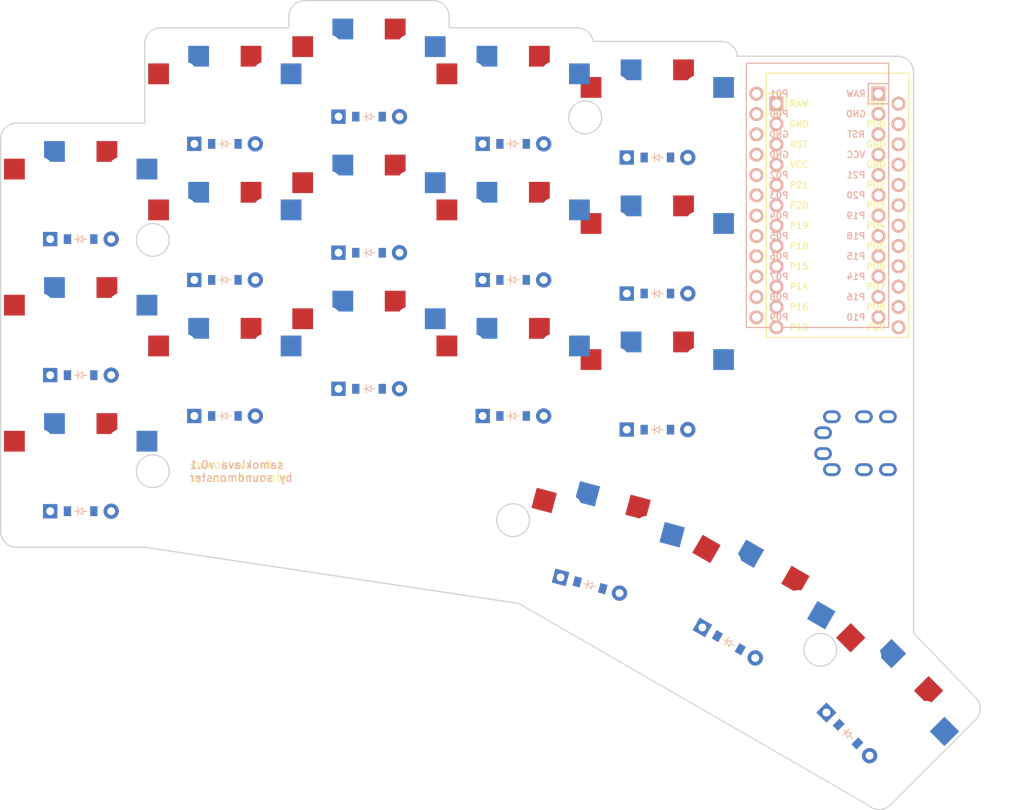
<source format=kicad_pcb>

            
(kicad_pcb (version 20171130) (host pcbnew 5.1.6)

  (page A3)
  (title_block
    (title KEYBOARD_NAME_HERE)
    (rev VERSION_HERE)
    (company YOUR_NAME_HERE)
  )

  (general
    (thickness 1.6)
  )

  (layers
    (0 F.Cu signal)
    (31 B.Cu signal)
    (32 B.Adhes user)
    (33 F.Adhes user)
    (34 B.Paste user)
    (35 F.Paste user)
    (36 B.SilkS user)
    (37 F.SilkS user)
    (38 B.Mask user)
    (39 F.Mask user)
    (40 Dwgs.User user)
    (41 Cmts.User user)
    (42 Eco1.User user)
    (43 Eco2.User user)
    (44 Edge.Cuts user)
    (45 Margin user)
    (46 B.CrtYd user)
    (47 F.CrtYd user)
    (48 B.Fab user)
    (49 F.Fab user)
  )

  (setup
    (last_trace_width 0.25)
    (trace_clearance 0.2)
    (zone_clearance 0.508)
    (zone_45_only no)
    (trace_min 0.2)
    (via_size 0.8)
    (via_drill 0.4)
    (via_min_size 0.4)
    (via_min_drill 0.3)
    (uvia_size 0.3)
    (uvia_drill 0.1)
    (uvias_allowed no)
    (uvia_min_size 0.2)
    (uvia_min_drill 0.1)
    (edge_width 0.05)
    (segment_width 0.2)
    (pcb_text_width 0.3)
    (pcb_text_size 1.5 1.5)
    (mod_edge_width 0.12)
    (mod_text_size 1 1)
    (mod_text_width 0.15)
    (pad_size 1.524 1.524)
    (pad_drill 0.762)
    (pad_to_mask_clearance 0.05)
    (aux_axis_origin 0 0)
    (visible_elements FFFFFF7F)
    (pcbplotparams
      (layerselection 0x010fc_ffffffff)
      (usegerberextensions false)
      (usegerberattributes true)
      (usegerberadvancedattributes true)
      (creategerberjobfile true)
      (excludeedgelayer true)
      (linewidth 0.100000)
      (plotframeref false)
      (viasonmask false)
      (mode 1)
      (useauxorigin false)
      (hpglpennumber 1)
      (hpglpenspeed 20)
      (hpglpendiameter 15.000000)
      (psnegative false)
      (psa4output false)
      (plotreference true)
      (plotvalue true)
      (plotinvisibletext false)
      (padsonsilk false)
      (subtractmaskfromsilk false)
      (outputformat 1)
      (mirror false)
      (drillshape 1)
      (scaleselection 1)
      (outputdirectory ""))
  )

            (net 0 "")
(net 1 "pinky_bottom")
(net 2 "P20")
(net 3 "P6")
(net 4 "pinky_home")
(net 5 "P5")
(net 6 "pinky_top")
(net 7 "P4")
(net 8 "ring_bottom")
(net 9 "P19")
(net 10 "ring_home")
(net 11 "ring_top")
(net 12 "middle_bottom")
(net 13 "P18")
(net 14 "middle_home")
(net 15 "middle_top")
(net 16 "index_bottom")
(net 17 "P15")
(net 18 "index_home")
(net 19 "index_top")
(net 20 "inner_bottom")
(net 21 "P14")
(net 22 "inner_home")
(net 23 "inner_top")
(net 24 "near_thumb")
(net 25 "P7")
(net 26 "home_thumb")
(net 27 "far_thumb")
(net 28 "RAW")
(net 29 "GND")
(net 30 "RST")
(net 31 "VCC")
(net 32 "P21")
(net 33 "P16")
(net 34 "P10")
(net 35 "P1")
(net 36 "P0")
(net 37 "P2")
(net 38 "P3")
(net 39 "P8")
(net 40 "P9")
            
  (net_class Default "This is the default net class."
    (clearance 0.2)
    (trace_width 0.25)
    (via_dia 0.8)
    (via_drill 0.4)
    (uvia_dia 0.3)
    (uvia_drill 0.1)
    (add_net "")
(add_net "pinky_bottom")
(add_net "P20")
(add_net "P6")
(add_net "pinky_home")
(add_net "P5")
(add_net "pinky_top")
(add_net "P4")
(add_net "ring_bottom")
(add_net "P19")
(add_net "ring_home")
(add_net "ring_top")
(add_net "middle_bottom")
(add_net "P18")
(add_net "middle_home")
(add_net "middle_top")
(add_net "index_bottom")
(add_net "P15")
(add_net "index_home")
(add_net "index_top")
(add_net "inner_bottom")
(add_net "P14")
(add_net "inner_home")
(add_net "inner_top")
(add_net "near_thumb")
(add_net "P7")
(add_net "home_thumb")
(add_net "far_thumb")
(add_net "RST")
(add_net "P21")
(add_net "P16")
(add_net "P10")
(add_net "P1")
(add_net "P0")
(add_net "P2")
(add_net "P3")
(add_net "P8")
(add_net "P9")
  )

            
  (net_class Power "This is the power net class."
    (clearance 0.2)
    (trace_width 0.5)
    (via_dia 0.8)
    (via_drill 0.4)
    (uvia_dia 0.3)
    (uvia_drill 0.1)
    (add_net "RAW")
(add_net "GND")
(add_net "VCC")
  )

            
        
      (module PG1350 (layer F.Cu) (tedit 5DD50112)
      (at 18 0 0)

      
      (fp_text reference "S1" (at 0 0) (layer F.SilkS) hide (effects (font (size 1.27 1.27) (thickness 0.15))))
      (fp_text value "" (at 0 0) (layer F.SilkS) hide (effects (font (size 1.27 1.27) (thickness 0.15))))

      
      (fp_line (start -7 -6) (end -7 -7) (layer Dwgs.User) (width 0.15))
      (fp_line (start -7 7) (end -6 7) (layer Dwgs.User) (width 0.15))
      (fp_line (start -6 -7) (end -7 -7) (layer Dwgs.User) (width 0.15))
      (fp_line (start -7 7) (end -7 6) (layer Dwgs.User) (width 0.15))
      (fp_line (start 7 6) (end 7 7) (layer Dwgs.User) (width 0.15))
      (fp_line (start 7 -7) (end 6 -7) (layer Dwgs.User) (width 0.15))
      (fp_line (start 6 7) (end 7 7) (layer Dwgs.User) (width 0.15))
      (fp_line (start 7 -7) (end 7 -6) (layer Dwgs.User) (width 0.15))      
      
      
      (pad "" np_thru_hole circle (at 0 0) (size 3.429 3.429) (drill 3.429) (layers *.Cu *.Mask))
        
      
      (pad "" np_thru_hole circle (at 5.5 0) (size 1.7018 1.7018) (drill 1.7018) (layers *.Cu *.Mask))
      (pad "" np_thru_hole circle (at -5.5 0) (size 1.7018 1.7018) (drill 1.7018) (layers *.Cu *.Mask))
      
        
      
      (fp_line (start -9 -8.5) (end 9 -8.5) (layer Dwgs.User) (width 0.15))
      (fp_line (start 9 -8.5) (end 9 8.5) (layer Dwgs.User) (width 0.15))
      (fp_line (start 9 8.5) (end -9 8.5) (layer Dwgs.User) (width 0.15))
      (fp_line (start -9 8.5) (end -9 -8.5) (layer Dwgs.User) (width 0.15))
      
        
          
          (pad "" np_thru_hole circle (at 5 -3.75) (size 3 3) (drill 3) (layers *.Cu *.Mask))
          (pad "" np_thru_hole circle (at 0 -5.95) (size 3 3) (drill 3) (layers *.Cu *.Mask))
      
          
          (pad 1 smd rect (at -3.275 -5.95 0) (size 2.6 2.6) (layers B.Cu B.Paste B.Mask)  (net 1 "pinky_bottom"))
          (pad 2 smd rect (at 8.275 -3.75 0) (size 2.6 2.6) (layers B.Cu B.Paste B.Mask)  (net 2 "P20"))
        
        
          
          (pad "" np_thru_hole circle (at -5 -3.75) (size 3 3) (drill 3) (layers *.Cu *.Mask))
          (pad "" np_thru_hole circle (at 0 -5.95) (size 3 3) (drill 3) (layers *.Cu *.Mask))
      
          
          (pad 1 smd rect (at 3.275 -5.95 0) (size 2.6 2.6) (layers F.Cu F.Paste F.Mask)  (net 1 "pinky_bottom"))
          (pad 2 smd rect (at -8.275 -3.75 0) (size 2.6 2.6) (layers F.Cu F.Paste F.Mask)  (net 2 "P20"))
        )
        

  
    (module ComboDiode (layer F.Cu) (tedit 5B24D78E)


        (at 18 5 0)

        
        (fp_text reference "D1" (at 0 0) (layer F.SilkS) hide (effects (font (size 1.27 1.27) (thickness 0.15))))
        (fp_text value "" (at 0 0) (layer F.SilkS) hide (effects (font (size 1.27 1.27) (thickness 0.15))))
        
        
        (fp_line (start 0.25 0) (end 0.75 0) (layer F.SilkS) (width 0.1))
        (fp_line (start 0.25 0.4) (end -0.35 0) (layer F.SilkS) (width 0.1))
        (fp_line (start 0.25 -0.4) (end 0.25 0.4) (layer F.SilkS) (width 0.1))
        (fp_line (start -0.35 0) (end 0.25 -0.4) (layer F.SilkS) (width 0.1))
        (fp_line (start -0.35 0) (end -0.35 0.55) (layer F.SilkS) (width 0.1))
        (fp_line (start -0.35 0) (end -0.35 -0.55) (layer F.SilkS) (width 0.1))
        (fp_line (start -0.75 0) (end -0.35 0) (layer F.SilkS) (width 0.1))
        (fp_line (start 0.25 0) (end 0.75 0) (layer B.SilkS) (width 0.1))
        (fp_line (start 0.25 0.4) (end -0.35 0) (layer B.SilkS) (width 0.1))
        (fp_line (start 0.25 -0.4) (end 0.25 0.4) (layer B.SilkS) (width 0.1))
        (fp_line (start -0.35 0) (end 0.25 -0.4) (layer B.SilkS) (width 0.1))
        (fp_line (start -0.35 0) (end -0.35 0.55) (layer B.SilkS) (width 0.1))
        (fp_line (start -0.35 0) (end -0.35 -0.55) (layer B.SilkS) (width 0.1))
        (fp_line (start -0.75 0) (end -0.35 0) (layer B.SilkS) (width 0.1))
    
        
        (pad 1 smd rect (at -1.65 0 0) (size 0.9 1.2) (layers F.Cu F.Paste F.Mask) (net 3 "P6"))
        (pad 2 smd rect (at 1.65 0 0) (size 0.9 1.2) (layers B.Cu B.Paste B.Mask) (net 1 "pinky_bottom"))
        (pad 1 smd rect (at -1.65 0 0) (size 0.9 1.2) (layers B.Cu B.Paste B.Mask) (net 3 "P6"))
        (pad 2 smd rect (at 1.65 0 0) (size 0.9 1.2) (layers F.Cu F.Paste F.Mask) (net 1 "pinky_bottom"))
        
        
        (pad 1 thru_hole circle (at 3.81 0 0) (size 1.905 1.905) (drill 0.9906) (layers *.Cu *.Mask) (net 1 "pinky_bottom"))
        (pad 2 thru_hole rect (at -3.81 0 0) (size 1.778 1.778) (drill 0.9906) (layers *.Cu *.Mask) (net 3 "P6"))
    )
  
    

        
      (module PG1350 (layer F.Cu) (tedit 5DD50112)
      (at 18 -17 0)

      
      (fp_text reference "S2" (at 0 0) (layer F.SilkS) hide (effects (font (size 1.27 1.27) (thickness 0.15))))
      (fp_text value "" (at 0 0) (layer F.SilkS) hide (effects (font (size 1.27 1.27) (thickness 0.15))))

      
      (fp_line (start -7 -6) (end -7 -7) (layer Dwgs.User) (width 0.15))
      (fp_line (start -7 7) (end -6 7) (layer Dwgs.User) (width 0.15))
      (fp_line (start -6 -7) (end -7 -7) (layer Dwgs.User) (width 0.15))
      (fp_line (start -7 7) (end -7 6) (layer Dwgs.User) (width 0.15))
      (fp_line (start 7 6) (end 7 7) (layer Dwgs.User) (width 0.15))
      (fp_line (start 7 -7) (end 6 -7) (layer Dwgs.User) (width 0.15))
      (fp_line (start 6 7) (end 7 7) (layer Dwgs.User) (width 0.15))
      (fp_line (start 7 -7) (end 7 -6) (layer Dwgs.User) (width 0.15))      
      
      
      (pad "" np_thru_hole circle (at 0 0) (size 3.429 3.429) (drill 3.429) (layers *.Cu *.Mask))
        
      
      (pad "" np_thru_hole circle (at 5.5 0) (size 1.7018 1.7018) (drill 1.7018) (layers *.Cu *.Mask))
      (pad "" np_thru_hole circle (at -5.5 0) (size 1.7018 1.7018) (drill 1.7018) (layers *.Cu *.Mask))
      
        
      
      (fp_line (start -9 -8.5) (end 9 -8.5) (layer Dwgs.User) (width 0.15))
      (fp_line (start 9 -8.5) (end 9 8.5) (layer Dwgs.User) (width 0.15))
      (fp_line (start 9 8.5) (end -9 8.5) (layer Dwgs.User) (width 0.15))
      (fp_line (start -9 8.5) (end -9 -8.5) (layer Dwgs.User) (width 0.15))
      
        
          
          (pad "" np_thru_hole circle (at 5 -3.75) (size 3 3) (drill 3) (layers *.Cu *.Mask))
          (pad "" np_thru_hole circle (at 0 -5.95) (size 3 3) (drill 3) (layers *.Cu *.Mask))
      
          
          (pad 1 smd rect (at -3.275 -5.95 0) (size 2.6 2.6) (layers B.Cu B.Paste B.Mask)  (net 4 "pinky_home"))
          (pad 2 smd rect (at 8.275 -3.75 0) (size 2.6 2.6) (layers B.Cu B.Paste B.Mask)  (net 2 "P20"))
        
        
          
          (pad "" np_thru_hole circle (at -5 -3.75) (size 3 3) (drill 3) (layers *.Cu *.Mask))
          (pad "" np_thru_hole circle (at 0 -5.95) (size 3 3) (drill 3) (layers *.Cu *.Mask))
      
          
          (pad 1 smd rect (at 3.275 -5.95 0) (size 2.6 2.6) (layers F.Cu F.Paste F.Mask)  (net 4 "pinky_home"))
          (pad 2 smd rect (at -8.275 -3.75 0) (size 2.6 2.6) (layers F.Cu F.Paste F.Mask)  (net 2 "P20"))
        )
        

  
    (module ComboDiode (layer F.Cu) (tedit 5B24D78E)


        (at 18 -12 0)

        
        (fp_text reference "D2" (at 0 0) (layer F.SilkS) hide (effects (font (size 1.27 1.27) (thickness 0.15))))
        (fp_text value "" (at 0 0) (layer F.SilkS) hide (effects (font (size 1.27 1.27) (thickness 0.15))))
        
        
        (fp_line (start 0.25 0) (end 0.75 0) (layer F.SilkS) (width 0.1))
        (fp_line (start 0.25 0.4) (end -0.35 0) (layer F.SilkS) (width 0.1))
        (fp_line (start 0.25 -0.4) (end 0.25 0.4) (layer F.SilkS) (width 0.1))
        (fp_line (start -0.35 0) (end 0.25 -0.4) (layer F.SilkS) (width 0.1))
        (fp_line (start -0.35 0) (end -0.35 0.55) (layer F.SilkS) (width 0.1))
        (fp_line (start -0.35 0) (end -0.35 -0.55) (layer F.SilkS) (width 0.1))
        (fp_line (start -0.75 0) (end -0.35 0) (layer F.SilkS) (width 0.1))
        (fp_line (start 0.25 0) (end 0.75 0) (layer B.SilkS) (width 0.1))
        (fp_line (start 0.25 0.4) (end -0.35 0) (layer B.SilkS) (width 0.1))
        (fp_line (start 0.25 -0.4) (end 0.25 0.4) (layer B.SilkS) (width 0.1))
        (fp_line (start -0.35 0) (end 0.25 -0.4) (layer B.SilkS) (width 0.1))
        (fp_line (start -0.35 0) (end -0.35 0.55) (layer B.SilkS) (width 0.1))
        (fp_line (start -0.35 0) (end -0.35 -0.55) (layer B.SilkS) (width 0.1))
        (fp_line (start -0.75 0) (end -0.35 0) (layer B.SilkS) (width 0.1))
    
        
        (pad 1 smd rect (at -1.65 0 0) (size 0.9 1.2) (layers F.Cu F.Paste F.Mask) (net 5 "P5"))
        (pad 2 smd rect (at 1.65 0 0) (size 0.9 1.2) (layers B.Cu B.Paste B.Mask) (net 4 "pinky_home"))
        (pad 1 smd rect (at -1.65 0 0) (size 0.9 1.2) (layers B.Cu B.Paste B.Mask) (net 5 "P5"))
        (pad 2 smd rect (at 1.65 0 0) (size 0.9 1.2) (layers F.Cu F.Paste F.Mask) (net 4 "pinky_home"))
        
        
        (pad 1 thru_hole circle (at 3.81 0 0) (size 1.905 1.905) (drill 0.9906) (layers *.Cu *.Mask) (net 4 "pinky_home"))
        (pad 2 thru_hole rect (at -3.81 0 0) (size 1.778 1.778) (drill 0.9906) (layers *.Cu *.Mask) (net 5 "P5"))
    )
  
    

        
      (module PG1350 (layer F.Cu) (tedit 5DD50112)
      (at 18 -34 0)

      
      (fp_text reference "S3" (at 0 0) (layer F.SilkS) hide (effects (font (size 1.27 1.27) (thickness 0.15))))
      (fp_text value "" (at 0 0) (layer F.SilkS) hide (effects (font (size 1.27 1.27) (thickness 0.15))))

      
      (fp_line (start -7 -6) (end -7 -7) (layer Dwgs.User) (width 0.15))
      (fp_line (start -7 7) (end -6 7) (layer Dwgs.User) (width 0.15))
      (fp_line (start -6 -7) (end -7 -7) (layer Dwgs.User) (width 0.15))
      (fp_line (start -7 7) (end -7 6) (layer Dwgs.User) (width 0.15))
      (fp_line (start 7 6) (end 7 7) (layer Dwgs.User) (width 0.15))
      (fp_line (start 7 -7) (end 6 -7) (layer Dwgs.User) (width 0.15))
      (fp_line (start 6 7) (end 7 7) (layer Dwgs.User) (width 0.15))
      (fp_line (start 7 -7) (end 7 -6) (layer Dwgs.User) (width 0.15))      
      
      
      (pad "" np_thru_hole circle (at 0 0) (size 3.429 3.429) (drill 3.429) (layers *.Cu *.Mask))
        
      
      (pad "" np_thru_hole circle (at 5.5 0) (size 1.7018 1.7018) (drill 1.7018) (layers *.Cu *.Mask))
      (pad "" np_thru_hole circle (at -5.5 0) (size 1.7018 1.7018) (drill 1.7018) (layers *.Cu *.Mask))
      
        
      
      (fp_line (start -9 -8.5) (end 9 -8.5) (layer Dwgs.User) (width 0.15))
      (fp_line (start 9 -8.5) (end 9 8.5) (layer Dwgs.User) (width 0.15))
      (fp_line (start 9 8.5) (end -9 8.5) (layer Dwgs.User) (width 0.15))
      (fp_line (start -9 8.5) (end -9 -8.5) (layer Dwgs.User) (width 0.15))
      
        
          
          (pad "" np_thru_hole circle (at 5 -3.75) (size 3 3) (drill 3) (layers *.Cu *.Mask))
          (pad "" np_thru_hole circle (at 0 -5.95) (size 3 3) (drill 3) (layers *.Cu *.Mask))
      
          
          (pad 1 smd rect (at -3.275 -5.95 0) (size 2.6 2.6) (layers B.Cu B.Paste B.Mask)  (net 6 "pinky_top"))
          (pad 2 smd rect (at 8.275 -3.75 0) (size 2.6 2.6) (layers B.Cu B.Paste B.Mask)  (net 2 "P20"))
        
        
          
          (pad "" np_thru_hole circle (at -5 -3.75) (size 3 3) (drill 3) (layers *.Cu *.Mask))
          (pad "" np_thru_hole circle (at 0 -5.95) (size 3 3) (drill 3) (layers *.Cu *.Mask))
      
          
          (pad 1 smd rect (at 3.275 -5.95 0) (size 2.6 2.6) (layers F.Cu F.Paste F.Mask)  (net 6 "pinky_top"))
          (pad 2 smd rect (at -8.275 -3.75 0) (size 2.6 2.6) (layers F.Cu F.Paste F.Mask)  (net 2 "P20"))
        )
        

  
    (module ComboDiode (layer F.Cu) (tedit 5B24D78E)


        (at 18 -29 0)

        
        (fp_text reference "D3" (at 0 0) (layer F.SilkS) hide (effects (font (size 1.27 1.27) (thickness 0.15))))
        (fp_text value "" (at 0 0) (layer F.SilkS) hide (effects (font (size 1.27 1.27) (thickness 0.15))))
        
        
        (fp_line (start 0.25 0) (end 0.75 0) (layer F.SilkS) (width 0.1))
        (fp_line (start 0.25 0.4) (end -0.35 0) (layer F.SilkS) (width 0.1))
        (fp_line (start 0.25 -0.4) (end 0.25 0.4) (layer F.SilkS) (width 0.1))
        (fp_line (start -0.35 0) (end 0.25 -0.4) (layer F.SilkS) (width 0.1))
        (fp_line (start -0.35 0) (end -0.35 0.55) (layer F.SilkS) (width 0.1))
        (fp_line (start -0.35 0) (end -0.35 -0.55) (layer F.SilkS) (width 0.1))
        (fp_line (start -0.75 0) (end -0.35 0) (layer F.SilkS) (width 0.1))
        (fp_line (start 0.25 0) (end 0.75 0) (layer B.SilkS) (width 0.1))
        (fp_line (start 0.25 0.4) (end -0.35 0) (layer B.SilkS) (width 0.1))
        (fp_line (start 0.25 -0.4) (end 0.25 0.4) (layer B.SilkS) (width 0.1))
        (fp_line (start -0.35 0) (end 0.25 -0.4) (layer B.SilkS) (width 0.1))
        (fp_line (start -0.35 0) (end -0.35 0.55) (layer B.SilkS) (width 0.1))
        (fp_line (start -0.35 0) (end -0.35 -0.55) (layer B.SilkS) (width 0.1))
        (fp_line (start -0.75 0) (end -0.35 0) (layer B.SilkS) (width 0.1))
    
        
        (pad 1 smd rect (at -1.65 0 0) (size 0.9 1.2) (layers F.Cu F.Paste F.Mask) (net 7 "P4"))
        (pad 2 smd rect (at 1.65 0 0) (size 0.9 1.2) (layers B.Cu B.Paste B.Mask) (net 6 "pinky_top"))
        (pad 1 smd rect (at -1.65 0 0) (size 0.9 1.2) (layers B.Cu B.Paste B.Mask) (net 7 "P4"))
        (pad 2 smd rect (at 1.65 0 0) (size 0.9 1.2) (layers F.Cu F.Paste F.Mask) (net 6 "pinky_top"))
        
        
        (pad 1 thru_hole circle (at 3.81 0 0) (size 1.905 1.905) (drill 0.9906) (layers *.Cu *.Mask) (net 6 "pinky_top"))
        (pad 2 thru_hole rect (at -3.81 0 0) (size 1.778 1.778) (drill 0.9906) (layers *.Cu *.Mask) (net 7 "P4"))
    )
  
    

        
      (module PG1350 (layer F.Cu) (tedit 5DD50112)
      (at 36 -11.9 0)

      
      (fp_text reference "S4" (at 0 0) (layer F.SilkS) hide (effects (font (size 1.27 1.27) (thickness 0.15))))
      (fp_text value "" (at 0 0) (layer F.SilkS) hide (effects (font (size 1.27 1.27) (thickness 0.15))))

      
      (fp_line (start -7 -6) (end -7 -7) (layer Dwgs.User) (width 0.15))
      (fp_line (start -7 7) (end -6 7) (layer Dwgs.User) (width 0.15))
      (fp_line (start -6 -7) (end -7 -7) (layer Dwgs.User) (width 0.15))
      (fp_line (start -7 7) (end -7 6) (layer Dwgs.User) (width 0.15))
      (fp_line (start 7 6) (end 7 7) (layer Dwgs.User) (width 0.15))
      (fp_line (start 7 -7) (end 6 -7) (layer Dwgs.User) (width 0.15))
      (fp_line (start 6 7) (end 7 7) (layer Dwgs.User) (width 0.15))
      (fp_line (start 7 -7) (end 7 -6) (layer Dwgs.User) (width 0.15))      
      
      
      (pad "" np_thru_hole circle (at 0 0) (size 3.429 3.429) (drill 3.429) (layers *.Cu *.Mask))
        
      
      (pad "" np_thru_hole circle (at 5.5 0) (size 1.7018 1.7018) (drill 1.7018) (layers *.Cu *.Mask))
      (pad "" np_thru_hole circle (at -5.5 0) (size 1.7018 1.7018) (drill 1.7018) (layers *.Cu *.Mask))
      
        
      
      (fp_line (start -9 -8.5) (end 9 -8.5) (layer Dwgs.User) (width 0.15))
      (fp_line (start 9 -8.5) (end 9 8.5) (layer Dwgs.User) (width 0.15))
      (fp_line (start 9 8.5) (end -9 8.5) (layer Dwgs.User) (width 0.15))
      (fp_line (start -9 8.5) (end -9 -8.5) (layer Dwgs.User) (width 0.15))
      
        
          
          (pad "" np_thru_hole circle (at 5 -3.75) (size 3 3) (drill 3) (layers *.Cu *.Mask))
          (pad "" np_thru_hole circle (at 0 -5.95) (size 3 3) (drill 3) (layers *.Cu *.Mask))
      
          
          (pad 1 smd rect (at -3.275 -5.95 0) (size 2.6 2.6) (layers B.Cu B.Paste B.Mask)  (net 8 "ring_bottom"))
          (pad 2 smd rect (at 8.275 -3.75 0) (size 2.6 2.6) (layers B.Cu B.Paste B.Mask)  (net 9 "P19"))
        
        
          
          (pad "" np_thru_hole circle (at -5 -3.75) (size 3 3) (drill 3) (layers *.Cu *.Mask))
          (pad "" np_thru_hole circle (at 0 -5.95) (size 3 3) (drill 3) (layers *.Cu *.Mask))
      
          
          (pad 1 smd rect (at 3.275 -5.95 0) (size 2.6 2.6) (layers F.Cu F.Paste F.Mask)  (net 8 "ring_bottom"))
          (pad 2 smd rect (at -8.275 -3.75 0) (size 2.6 2.6) (layers F.Cu F.Paste F.Mask)  (net 9 "P19"))
        )
        

  
    (module ComboDiode (layer F.Cu) (tedit 5B24D78E)


        (at 36 -6.9 0)

        
        (fp_text reference "D4" (at 0 0) (layer F.SilkS) hide (effects (font (size 1.27 1.27) (thickness 0.15))))
        (fp_text value "" (at 0 0) (layer F.SilkS) hide (effects (font (size 1.27 1.27) (thickness 0.15))))
        
        
        (fp_line (start 0.25 0) (end 0.75 0) (layer F.SilkS) (width 0.1))
        (fp_line (start 0.25 0.4) (end -0.35 0) (layer F.SilkS) (width 0.1))
        (fp_line (start 0.25 -0.4) (end 0.25 0.4) (layer F.SilkS) (width 0.1))
        (fp_line (start -0.35 0) (end 0.25 -0.4) (layer F.SilkS) (width 0.1))
        (fp_line (start -0.35 0) (end -0.35 0.55) (layer F.SilkS) (width 0.1))
        (fp_line (start -0.35 0) (end -0.35 -0.55) (layer F.SilkS) (width 0.1))
        (fp_line (start -0.75 0) (end -0.35 0) (layer F.SilkS) (width 0.1))
        (fp_line (start 0.25 0) (end 0.75 0) (layer B.SilkS) (width 0.1))
        (fp_line (start 0.25 0.4) (end -0.35 0) (layer B.SilkS) (width 0.1))
        (fp_line (start 0.25 -0.4) (end 0.25 0.4) (layer B.SilkS) (width 0.1))
        (fp_line (start -0.35 0) (end 0.25 -0.4) (layer B.SilkS) (width 0.1))
        (fp_line (start -0.35 0) (end -0.35 0.55) (layer B.SilkS) (width 0.1))
        (fp_line (start -0.35 0) (end -0.35 -0.55) (layer B.SilkS) (width 0.1))
        (fp_line (start -0.75 0) (end -0.35 0) (layer B.SilkS) (width 0.1))
    
        
        (pad 1 smd rect (at -1.65 0 0) (size 0.9 1.2) (layers F.Cu F.Paste F.Mask) (net 3 "P6"))
        (pad 2 smd rect (at 1.65 0 0) (size 0.9 1.2) (layers B.Cu B.Paste B.Mask) (net 8 "ring_bottom"))
        (pad 1 smd rect (at -1.65 0 0) (size 0.9 1.2) (layers B.Cu B.Paste B.Mask) (net 3 "P6"))
        (pad 2 smd rect (at 1.65 0 0) (size 0.9 1.2) (layers F.Cu F.Paste F.Mask) (net 8 "ring_bottom"))
        
        
        (pad 1 thru_hole circle (at 3.81 0 0) (size 1.905 1.905) (drill 0.9906) (layers *.Cu *.Mask) (net 8 "ring_bottom"))
        (pad 2 thru_hole rect (at -3.81 0 0) (size 1.778 1.778) (drill 0.9906) (layers *.Cu *.Mask) (net 3 "P6"))
    )
  
    

        
      (module PG1350 (layer F.Cu) (tedit 5DD50112)
      (at 36 -28.9 0)

      
      (fp_text reference "S5" (at 0 0) (layer F.SilkS) hide (effects (font (size 1.27 1.27) (thickness 0.15))))
      (fp_text value "" (at 0 0) (layer F.SilkS) hide (effects (font (size 1.27 1.27) (thickness 0.15))))

      
      (fp_line (start -7 -6) (end -7 -7) (layer Dwgs.User) (width 0.15))
      (fp_line (start -7 7) (end -6 7) (layer Dwgs.User) (width 0.15))
      (fp_line (start -6 -7) (end -7 -7) (layer Dwgs.User) (width 0.15))
      (fp_line (start -7 7) (end -7 6) (layer Dwgs.User) (width 0.15))
      (fp_line (start 7 6) (end 7 7) (layer Dwgs.User) (width 0.15))
      (fp_line (start 7 -7) (end 6 -7) (layer Dwgs.User) (width 0.15))
      (fp_line (start 6 7) (end 7 7) (layer Dwgs.User) (width 0.15))
      (fp_line (start 7 -7) (end 7 -6) (layer Dwgs.User) (width 0.15))      
      
      
      (pad "" np_thru_hole circle (at 0 0) (size 3.429 3.429) (drill 3.429) (layers *.Cu *.Mask))
        
      
      (pad "" np_thru_hole circle (at 5.5 0) (size 1.7018 1.7018) (drill 1.7018) (layers *.Cu *.Mask))
      (pad "" np_thru_hole circle (at -5.5 0) (size 1.7018 1.7018) (drill 1.7018) (layers *.Cu *.Mask))
      
        
      
      (fp_line (start -9 -8.5) (end 9 -8.5) (layer Dwgs.User) (width 0.15))
      (fp_line (start 9 -8.5) (end 9 8.5) (layer Dwgs.User) (width 0.15))
      (fp_line (start 9 8.5) (end -9 8.5) (layer Dwgs.User) (width 0.15))
      (fp_line (start -9 8.5) (end -9 -8.5) (layer Dwgs.User) (width 0.15))
      
        
          
          (pad "" np_thru_hole circle (at 5 -3.75) (size 3 3) (drill 3) (layers *.Cu *.Mask))
          (pad "" np_thru_hole circle (at 0 -5.95) (size 3 3) (drill 3) (layers *.Cu *.Mask))
      
          
          (pad 1 smd rect (at -3.275 -5.95 0) (size 2.6 2.6) (layers B.Cu B.Paste B.Mask)  (net 10 "ring_home"))
          (pad 2 smd rect (at 8.275 -3.75 0) (size 2.6 2.6) (layers B.Cu B.Paste B.Mask)  (net 9 "P19"))
        
        
          
          (pad "" np_thru_hole circle (at -5 -3.75) (size 3 3) (drill 3) (layers *.Cu *.Mask))
          (pad "" np_thru_hole circle (at 0 -5.95) (size 3 3) (drill 3) (layers *.Cu *.Mask))
      
          
          (pad 1 smd rect (at 3.275 -5.95 0) (size 2.6 2.6) (layers F.Cu F.Paste F.Mask)  (net 10 "ring_home"))
          (pad 2 smd rect (at -8.275 -3.75 0) (size 2.6 2.6) (layers F.Cu F.Paste F.Mask)  (net 9 "P19"))
        )
        

  
    (module ComboDiode (layer F.Cu) (tedit 5B24D78E)


        (at 36 -23.9 0)

        
        (fp_text reference "D5" (at 0 0) (layer F.SilkS) hide (effects (font (size 1.27 1.27) (thickness 0.15))))
        (fp_text value "" (at 0 0) (layer F.SilkS) hide (effects (font (size 1.27 1.27) (thickness 0.15))))
        
        
        (fp_line (start 0.25 0) (end 0.75 0) (layer F.SilkS) (width 0.1))
        (fp_line (start 0.25 0.4) (end -0.35 0) (layer F.SilkS) (width 0.1))
        (fp_line (start 0.25 -0.4) (end 0.25 0.4) (layer F.SilkS) (width 0.1))
        (fp_line (start -0.35 0) (end 0.25 -0.4) (layer F.SilkS) (width 0.1))
        (fp_line (start -0.35 0) (end -0.35 0.55) (layer F.SilkS) (width 0.1))
        (fp_line (start -0.35 0) (end -0.35 -0.55) (layer F.SilkS) (width 0.1))
        (fp_line (start -0.75 0) (end -0.35 0) (layer F.SilkS) (width 0.1))
        (fp_line (start 0.25 0) (end 0.75 0) (layer B.SilkS) (width 0.1))
        (fp_line (start 0.25 0.4) (end -0.35 0) (layer B.SilkS) (width 0.1))
        (fp_line (start 0.25 -0.4) (end 0.25 0.4) (layer B.SilkS) (width 0.1))
        (fp_line (start -0.35 0) (end 0.25 -0.4) (layer B.SilkS) (width 0.1))
        (fp_line (start -0.35 0) (end -0.35 0.55) (layer B.SilkS) (width 0.1))
        (fp_line (start -0.35 0) (end -0.35 -0.55) (layer B.SilkS) (width 0.1))
        (fp_line (start -0.75 0) (end -0.35 0) (layer B.SilkS) (width 0.1))
    
        
        (pad 1 smd rect (at -1.65 0 0) (size 0.9 1.2) (layers F.Cu F.Paste F.Mask) (net 5 "P5"))
        (pad 2 smd rect (at 1.65 0 0) (size 0.9 1.2) (layers B.Cu B.Paste B.Mask) (net 10 "ring_home"))
        (pad 1 smd rect (at -1.65 0 0) (size 0.9 1.2) (layers B.Cu B.Paste B.Mask) (net 5 "P5"))
        (pad 2 smd rect (at 1.65 0 0) (size 0.9 1.2) (layers F.Cu F.Paste F.Mask) (net 10 "ring_home"))
        
        
        (pad 1 thru_hole circle (at 3.81 0 0) (size 1.905 1.905) (drill 0.9906) (layers *.Cu *.Mask) (net 10 "ring_home"))
        (pad 2 thru_hole rect (at -3.81 0 0) (size 1.778 1.778) (drill 0.9906) (layers *.Cu *.Mask) (net 5 "P5"))
    )
  
    

        
      (module PG1350 (layer F.Cu) (tedit 5DD50112)
      (at 36 -45.9 0)

      
      (fp_text reference "S6" (at 0 0) (layer F.SilkS) hide (effects (font (size 1.27 1.27) (thickness 0.15))))
      (fp_text value "" (at 0 0) (layer F.SilkS) hide (effects (font (size 1.27 1.27) (thickness 0.15))))

      
      (fp_line (start -7 -6) (end -7 -7) (layer Dwgs.User) (width 0.15))
      (fp_line (start -7 7) (end -6 7) (layer Dwgs.User) (width 0.15))
      (fp_line (start -6 -7) (end -7 -7) (layer Dwgs.User) (width 0.15))
      (fp_line (start -7 7) (end -7 6) (layer Dwgs.User) (width 0.15))
      (fp_line (start 7 6) (end 7 7) (layer Dwgs.User) (width 0.15))
      (fp_line (start 7 -7) (end 6 -7) (layer Dwgs.User) (width 0.15))
      (fp_line (start 6 7) (end 7 7) (layer Dwgs.User) (width 0.15))
      (fp_line (start 7 -7) (end 7 -6) (layer Dwgs.User) (width 0.15))      
      
      
      (pad "" np_thru_hole circle (at 0 0) (size 3.429 3.429) (drill 3.429) (layers *.Cu *.Mask))
        
      
      (pad "" np_thru_hole circle (at 5.5 0) (size 1.7018 1.7018) (drill 1.7018) (layers *.Cu *.Mask))
      (pad "" np_thru_hole circle (at -5.5 0) (size 1.7018 1.7018) (drill 1.7018) (layers *.Cu *.Mask))
      
        
      
      (fp_line (start -9 -8.5) (end 9 -8.5) (layer Dwgs.User) (width 0.15))
      (fp_line (start 9 -8.5) (end 9 8.5) (layer Dwgs.User) (width 0.15))
      (fp_line (start 9 8.5) (end -9 8.5) (layer Dwgs.User) (width 0.15))
      (fp_line (start -9 8.5) (end -9 -8.5) (layer Dwgs.User) (width 0.15))
      
        
          
          (pad "" np_thru_hole circle (at 5 -3.75) (size 3 3) (drill 3) (layers *.Cu *.Mask))
          (pad "" np_thru_hole circle (at 0 -5.95) (size 3 3) (drill 3) (layers *.Cu *.Mask))
      
          
          (pad 1 smd rect (at -3.275 -5.95 0) (size 2.6 2.6) (layers B.Cu B.Paste B.Mask)  (net 11 "ring_top"))
          (pad 2 smd rect (at 8.275 -3.75 0) (size 2.6 2.6) (layers B.Cu B.Paste B.Mask)  (net 9 "P19"))
        
        
          
          (pad "" np_thru_hole circle (at -5 -3.75) (size 3 3) (drill 3) (layers *.Cu *.Mask))
          (pad "" np_thru_hole circle (at 0 -5.95) (size 3 3) (drill 3) (layers *.Cu *.Mask))
      
          
          (pad 1 smd rect (at 3.275 -5.95 0) (size 2.6 2.6) (layers F.Cu F.Paste F.Mask)  (net 11 "ring_top"))
          (pad 2 smd rect (at -8.275 -3.75 0) (size 2.6 2.6) (layers F.Cu F.Paste F.Mask)  (net 9 "P19"))
        )
        

  
    (module ComboDiode (layer F.Cu) (tedit 5B24D78E)


        (at 36 -40.9 0)

        
        (fp_text reference "D6" (at 0 0) (layer F.SilkS) hide (effects (font (size 1.27 1.27) (thickness 0.15))))
        (fp_text value "" (at 0 0) (layer F.SilkS) hide (effects (font (size 1.27 1.27) (thickness 0.15))))
        
        
        (fp_line (start 0.25 0) (end 0.75 0) (layer F.SilkS) (width 0.1))
        (fp_line (start 0.25 0.4) (end -0.35 0) (layer F.SilkS) (width 0.1))
        (fp_line (start 0.25 -0.4) (end 0.25 0.4) (layer F.SilkS) (width 0.1))
        (fp_line (start -0.35 0) (end 0.25 -0.4) (layer F.SilkS) (width 0.1))
        (fp_line (start -0.35 0) (end -0.35 0.55) (layer F.SilkS) (width 0.1))
        (fp_line (start -0.35 0) (end -0.35 -0.55) (layer F.SilkS) (width 0.1))
        (fp_line (start -0.75 0) (end -0.35 0) (layer F.SilkS) (width 0.1))
        (fp_line (start 0.25 0) (end 0.75 0) (layer B.SilkS) (width 0.1))
        (fp_line (start 0.25 0.4) (end -0.35 0) (layer B.SilkS) (width 0.1))
        (fp_line (start 0.25 -0.4) (end 0.25 0.4) (layer B.SilkS) (width 0.1))
        (fp_line (start -0.35 0) (end 0.25 -0.4) (layer B.SilkS) (width 0.1))
        (fp_line (start -0.35 0) (end -0.35 0.55) (layer B.SilkS) (width 0.1))
        (fp_line (start -0.35 0) (end -0.35 -0.55) (layer B.SilkS) (width 0.1))
        (fp_line (start -0.75 0) (end -0.35 0) (layer B.SilkS) (width 0.1))
    
        
        (pad 1 smd rect (at -1.65 0 0) (size 0.9 1.2) (layers F.Cu F.Paste F.Mask) (net 7 "P4"))
        (pad 2 smd rect (at 1.65 0 0) (size 0.9 1.2) (layers B.Cu B.Paste B.Mask) (net 11 "ring_top"))
        (pad 1 smd rect (at -1.65 0 0) (size 0.9 1.2) (layers B.Cu B.Paste B.Mask) (net 7 "P4"))
        (pad 2 smd rect (at 1.65 0 0) (size 0.9 1.2) (layers F.Cu F.Paste F.Mask) (net 11 "ring_top"))
        
        
        (pad 1 thru_hole circle (at 3.81 0 0) (size 1.905 1.905) (drill 0.9906) (layers *.Cu *.Mask) (net 11 "ring_top"))
        (pad 2 thru_hole rect (at -3.81 0 0) (size 1.778 1.778) (drill 0.9906) (layers *.Cu *.Mask) (net 7 "P4"))
    )
  
    

        
      (module PG1350 (layer F.Cu) (tedit 5DD50112)
      (at 54 -15.3 0)

      
      (fp_text reference "S7" (at 0 0) (layer F.SilkS) hide (effects (font (size 1.27 1.27) (thickness 0.15))))
      (fp_text value "" (at 0 0) (layer F.SilkS) hide (effects (font (size 1.27 1.27) (thickness 0.15))))

      
      (fp_line (start -7 -6) (end -7 -7) (layer Dwgs.User) (width 0.15))
      (fp_line (start -7 7) (end -6 7) (layer Dwgs.User) (width 0.15))
      (fp_line (start -6 -7) (end -7 -7) (layer Dwgs.User) (width 0.15))
      (fp_line (start -7 7) (end -7 6) (layer Dwgs.User) (width 0.15))
      (fp_line (start 7 6) (end 7 7) (layer Dwgs.User) (width 0.15))
      (fp_line (start 7 -7) (end 6 -7) (layer Dwgs.User) (width 0.15))
      (fp_line (start 6 7) (end 7 7) (layer Dwgs.User) (width 0.15))
      (fp_line (start 7 -7) (end 7 -6) (layer Dwgs.User) (width 0.15))      
      
      
      (pad "" np_thru_hole circle (at 0 0) (size 3.429 3.429) (drill 3.429) (layers *.Cu *.Mask))
        
      
      (pad "" np_thru_hole circle (at 5.5 0) (size 1.7018 1.7018) (drill 1.7018) (layers *.Cu *.Mask))
      (pad "" np_thru_hole circle (at -5.5 0) (size 1.7018 1.7018) (drill 1.7018) (layers *.Cu *.Mask))
      
        
      
      (fp_line (start -9 -8.5) (end 9 -8.5) (layer Dwgs.User) (width 0.15))
      (fp_line (start 9 -8.5) (end 9 8.5) (layer Dwgs.User) (width 0.15))
      (fp_line (start 9 8.5) (end -9 8.5) (layer Dwgs.User) (width 0.15))
      (fp_line (start -9 8.5) (end -9 -8.5) (layer Dwgs.User) (width 0.15))
      
        
          
          (pad "" np_thru_hole circle (at 5 -3.75) (size 3 3) (drill 3) (layers *.Cu *.Mask))
          (pad "" np_thru_hole circle (at 0 -5.95) (size 3 3) (drill 3) (layers *.Cu *.Mask))
      
          
          (pad 1 smd rect (at -3.275 -5.95 0) (size 2.6 2.6) (layers B.Cu B.Paste B.Mask)  (net 12 "middle_bottom"))
          (pad 2 smd rect (at 8.275 -3.75 0) (size 2.6 2.6) (layers B.Cu B.Paste B.Mask)  (net 13 "P18"))
        
        
          
          (pad "" np_thru_hole circle (at -5 -3.75) (size 3 3) (drill 3) (layers *.Cu *.Mask))
          (pad "" np_thru_hole circle (at 0 -5.95) (size 3 3) (drill 3) (layers *.Cu *.Mask))
      
          
          (pad 1 smd rect (at 3.275 -5.95 0) (size 2.6 2.6) (layers F.Cu F.Paste F.Mask)  (net 12 "middle_bottom"))
          (pad 2 smd rect (at -8.275 -3.75 0) (size 2.6 2.6) (layers F.Cu F.Paste F.Mask)  (net 13 "P18"))
        )
        

  
    (module ComboDiode (layer F.Cu) (tedit 5B24D78E)


        (at 54 -10.3 0)

        
        (fp_text reference "D7" (at 0 0) (layer F.SilkS) hide (effects (font (size 1.27 1.27) (thickness 0.15))))
        (fp_text value "" (at 0 0) (layer F.SilkS) hide (effects (font (size 1.27 1.27) (thickness 0.15))))
        
        
        (fp_line (start 0.25 0) (end 0.75 0) (layer F.SilkS) (width 0.1))
        (fp_line (start 0.25 0.4) (end -0.35 0) (layer F.SilkS) (width 0.1))
        (fp_line (start 0.25 -0.4) (end 0.25 0.4) (layer F.SilkS) (width 0.1))
        (fp_line (start -0.35 0) (end 0.25 -0.4) (layer F.SilkS) (width 0.1))
        (fp_line (start -0.35 0) (end -0.35 0.55) (layer F.SilkS) (width 0.1))
        (fp_line (start -0.35 0) (end -0.35 -0.55) (layer F.SilkS) (width 0.1))
        (fp_line (start -0.75 0) (end -0.35 0) (layer F.SilkS) (width 0.1))
        (fp_line (start 0.25 0) (end 0.75 0) (layer B.SilkS) (width 0.1))
        (fp_line (start 0.25 0.4) (end -0.35 0) (layer B.SilkS) (width 0.1))
        (fp_line (start 0.25 -0.4) (end 0.25 0.4) (layer B.SilkS) (width 0.1))
        (fp_line (start -0.35 0) (end 0.25 -0.4) (layer B.SilkS) (width 0.1))
        (fp_line (start -0.35 0) (end -0.35 0.55) (layer B.SilkS) (width 0.1))
        (fp_line (start -0.35 0) (end -0.35 -0.55) (layer B.SilkS) (width 0.1))
        (fp_line (start -0.75 0) (end -0.35 0) (layer B.SilkS) (width 0.1))
    
        
        (pad 1 smd rect (at -1.65 0 0) (size 0.9 1.2) (layers F.Cu F.Paste F.Mask) (net 3 "P6"))
        (pad 2 smd rect (at 1.65 0 0) (size 0.9 1.2) (layers B.Cu B.Paste B.Mask) (net 12 "middle_bottom"))
        (pad 1 smd rect (at -1.65 0 0) (size 0.9 1.2) (layers B.Cu B.Paste B.Mask) (net 3 "P6"))
        (pad 2 smd rect (at 1.65 0 0) (size 0.9 1.2) (layers F.Cu F.Paste F.Mask) (net 12 "middle_bottom"))
        
        
        (pad 1 thru_hole circle (at 3.81 0 0) (size 1.905 1.905) (drill 0.9906) (layers *.Cu *.Mask) (net 12 "middle_bottom"))
        (pad 2 thru_hole rect (at -3.81 0 0) (size 1.778 1.778) (drill 0.9906) (layers *.Cu *.Mask) (net 3 "P6"))
    )
  
    

        
      (module PG1350 (layer F.Cu) (tedit 5DD50112)
      (at 54 -32.3 0)

      
      (fp_text reference "S8" (at 0 0) (layer F.SilkS) hide (effects (font (size 1.27 1.27) (thickness 0.15))))
      (fp_text value "" (at 0 0) (layer F.SilkS) hide (effects (font (size 1.27 1.27) (thickness 0.15))))

      
      (fp_line (start -7 -6) (end -7 -7) (layer Dwgs.User) (width 0.15))
      (fp_line (start -7 7) (end -6 7) (layer Dwgs.User) (width 0.15))
      (fp_line (start -6 -7) (end -7 -7) (layer Dwgs.User) (width 0.15))
      (fp_line (start -7 7) (end -7 6) (layer Dwgs.User) (width 0.15))
      (fp_line (start 7 6) (end 7 7) (layer Dwgs.User) (width 0.15))
      (fp_line (start 7 -7) (end 6 -7) (layer Dwgs.User) (width 0.15))
      (fp_line (start 6 7) (end 7 7) (layer Dwgs.User) (width 0.15))
      (fp_line (start 7 -7) (end 7 -6) (layer Dwgs.User) (width 0.15))      
      
      
      (pad "" np_thru_hole circle (at 0 0) (size 3.429 3.429) (drill 3.429) (layers *.Cu *.Mask))
        
      
      (pad "" np_thru_hole circle (at 5.5 0) (size 1.7018 1.7018) (drill 1.7018) (layers *.Cu *.Mask))
      (pad "" np_thru_hole circle (at -5.5 0) (size 1.7018 1.7018) (drill 1.7018) (layers *.Cu *.Mask))
      
        
      
      (fp_line (start -9 -8.5) (end 9 -8.5) (layer Dwgs.User) (width 0.15))
      (fp_line (start 9 -8.5) (end 9 8.5) (layer Dwgs.User) (width 0.15))
      (fp_line (start 9 8.5) (end -9 8.5) (layer Dwgs.User) (width 0.15))
      (fp_line (start -9 8.5) (end -9 -8.5) (layer Dwgs.User) (width 0.15))
      
        
          
          (pad "" np_thru_hole circle (at 5 -3.75) (size 3 3) (drill 3) (layers *.Cu *.Mask))
          (pad "" np_thru_hole circle (at 0 -5.95) (size 3 3) (drill 3) (layers *.Cu *.Mask))
      
          
          (pad 1 smd rect (at -3.275 -5.95 0) (size 2.6 2.6) (layers B.Cu B.Paste B.Mask)  (net 14 "middle_home"))
          (pad 2 smd rect (at 8.275 -3.75 0) (size 2.6 2.6) (layers B.Cu B.Paste B.Mask)  (net 13 "P18"))
        
        
          
          (pad "" np_thru_hole circle (at -5 -3.75) (size 3 3) (drill 3) (layers *.Cu *.Mask))
          (pad "" np_thru_hole circle (at 0 -5.95) (size 3 3) (drill 3) (layers *.Cu *.Mask))
      
          
          (pad 1 smd rect (at 3.275 -5.95 0) (size 2.6 2.6) (layers F.Cu F.Paste F.Mask)  (net 14 "middle_home"))
          (pad 2 smd rect (at -8.275 -3.75 0) (size 2.6 2.6) (layers F.Cu F.Paste F.Mask)  (net 13 "P18"))
        )
        

  
    (module ComboDiode (layer F.Cu) (tedit 5B24D78E)


        (at 54 -27.299999999999997 0)

        
        (fp_text reference "D8" (at 0 0) (layer F.SilkS) hide (effects (font (size 1.27 1.27) (thickness 0.15))))
        (fp_text value "" (at 0 0) (layer F.SilkS) hide (effects (font (size 1.27 1.27) (thickness 0.15))))
        
        
        (fp_line (start 0.25 0) (end 0.75 0) (layer F.SilkS) (width 0.1))
        (fp_line (start 0.25 0.4) (end -0.35 0) (layer F.SilkS) (width 0.1))
        (fp_line (start 0.25 -0.4) (end 0.25 0.4) (layer F.SilkS) (width 0.1))
        (fp_line (start -0.35 0) (end 0.25 -0.4) (layer F.SilkS) (width 0.1))
        (fp_line (start -0.35 0) (end -0.35 0.55) (layer F.SilkS) (width 0.1))
        (fp_line (start -0.35 0) (end -0.35 -0.55) (layer F.SilkS) (width 0.1))
        (fp_line (start -0.75 0) (end -0.35 0) (layer F.SilkS) (width 0.1))
        (fp_line (start 0.25 0) (end 0.75 0) (layer B.SilkS) (width 0.1))
        (fp_line (start 0.25 0.4) (end -0.35 0) (layer B.SilkS) (width 0.1))
        (fp_line (start 0.25 -0.4) (end 0.25 0.4) (layer B.SilkS) (width 0.1))
        (fp_line (start -0.35 0) (end 0.25 -0.4) (layer B.SilkS) (width 0.1))
        (fp_line (start -0.35 0) (end -0.35 0.55) (layer B.SilkS) (width 0.1))
        (fp_line (start -0.35 0) (end -0.35 -0.55) (layer B.SilkS) (width 0.1))
        (fp_line (start -0.75 0) (end -0.35 0) (layer B.SilkS) (width 0.1))
    
        
        (pad 1 smd rect (at -1.65 0 0) (size 0.9 1.2) (layers F.Cu F.Paste F.Mask) (net 5 "P5"))
        (pad 2 smd rect (at 1.65 0 0) (size 0.9 1.2) (layers B.Cu B.Paste B.Mask) (net 14 "middle_home"))
        (pad 1 smd rect (at -1.65 0 0) (size 0.9 1.2) (layers B.Cu B.Paste B.Mask) (net 5 "P5"))
        (pad 2 smd rect (at 1.65 0 0) (size 0.9 1.2) (layers F.Cu F.Paste F.Mask) (net 14 "middle_home"))
        
        
        (pad 1 thru_hole circle (at 3.81 0 0) (size 1.905 1.905) (drill 0.9906) (layers *.Cu *.Mask) (net 14 "middle_home"))
        (pad 2 thru_hole rect (at -3.81 0 0) (size 1.778 1.778) (drill 0.9906) (layers *.Cu *.Mask) (net 5 "P5"))
    )
  
    

        
      (module PG1350 (layer F.Cu) (tedit 5DD50112)
      (at 54 -49.3 0)

      
      (fp_text reference "S9" (at 0 0) (layer F.SilkS) hide (effects (font (size 1.27 1.27) (thickness 0.15))))
      (fp_text value "" (at 0 0) (layer F.SilkS) hide (effects (font (size 1.27 1.27) (thickness 0.15))))

      
      (fp_line (start -7 -6) (end -7 -7) (layer Dwgs.User) (width 0.15))
      (fp_line (start -7 7) (end -6 7) (layer Dwgs.User) (width 0.15))
      (fp_line (start -6 -7) (end -7 -7) (layer Dwgs.User) (width 0.15))
      (fp_line (start -7 7) (end -7 6) (layer Dwgs.User) (width 0.15))
      (fp_line (start 7 6) (end 7 7) (layer Dwgs.User) (width 0.15))
      (fp_line (start 7 -7) (end 6 -7) (layer Dwgs.User) (width 0.15))
      (fp_line (start 6 7) (end 7 7) (layer Dwgs.User) (width 0.15))
      (fp_line (start 7 -7) (end 7 -6) (layer Dwgs.User) (width 0.15))      
      
      
      (pad "" np_thru_hole circle (at 0 0) (size 3.429 3.429) (drill 3.429) (layers *.Cu *.Mask))
        
      
      (pad "" np_thru_hole circle (at 5.5 0) (size 1.7018 1.7018) (drill 1.7018) (layers *.Cu *.Mask))
      (pad "" np_thru_hole circle (at -5.5 0) (size 1.7018 1.7018) (drill 1.7018) (layers *.Cu *.Mask))
      
        
      
      (fp_line (start -9 -8.5) (end 9 -8.5) (layer Dwgs.User) (width 0.15))
      (fp_line (start 9 -8.5) (end 9 8.5) (layer Dwgs.User) (width 0.15))
      (fp_line (start 9 8.5) (end -9 8.5) (layer Dwgs.User) (width 0.15))
      (fp_line (start -9 8.5) (end -9 -8.5) (layer Dwgs.User) (width 0.15))
      
        
          
          (pad "" np_thru_hole circle (at 5 -3.75) (size 3 3) (drill 3) (layers *.Cu *.Mask))
          (pad "" np_thru_hole circle (at 0 -5.95) (size 3 3) (drill 3) (layers *.Cu *.Mask))
      
          
          (pad 1 smd rect (at -3.275 -5.95 0) (size 2.6 2.6) (layers B.Cu B.Paste B.Mask)  (net 15 "middle_top"))
          (pad 2 smd rect (at 8.275 -3.75 0) (size 2.6 2.6) (layers B.Cu B.Paste B.Mask)  (net 13 "P18"))
        
        
          
          (pad "" np_thru_hole circle (at -5 -3.75) (size 3 3) (drill 3) (layers *.Cu *.Mask))
          (pad "" np_thru_hole circle (at 0 -5.95) (size 3 3) (drill 3) (layers *.Cu *.Mask))
      
          
          (pad 1 smd rect (at 3.275 -5.95 0) (size 2.6 2.6) (layers F.Cu F.Paste F.Mask)  (net 15 "middle_top"))
          (pad 2 smd rect (at -8.275 -3.75 0) (size 2.6 2.6) (layers F.Cu F.Paste F.Mask)  (net 13 "P18"))
        )
        

  
    (module ComboDiode (layer F.Cu) (tedit 5B24D78E)


        (at 54 -44.3 0)

        
        (fp_text reference "D9" (at 0 0) (layer F.SilkS) hide (effects (font (size 1.27 1.27) (thickness 0.15))))
        (fp_text value "" (at 0 0) (layer F.SilkS) hide (effects (font (size 1.27 1.27) (thickness 0.15))))
        
        
        (fp_line (start 0.25 0) (end 0.75 0) (layer F.SilkS) (width 0.1))
        (fp_line (start 0.25 0.4) (end -0.35 0) (layer F.SilkS) (width 0.1))
        (fp_line (start 0.25 -0.4) (end 0.25 0.4) (layer F.SilkS) (width 0.1))
        (fp_line (start -0.35 0) (end 0.25 -0.4) (layer F.SilkS) (width 0.1))
        (fp_line (start -0.35 0) (end -0.35 0.55) (layer F.SilkS) (width 0.1))
        (fp_line (start -0.35 0) (end -0.35 -0.55) (layer F.SilkS) (width 0.1))
        (fp_line (start -0.75 0) (end -0.35 0) (layer F.SilkS) (width 0.1))
        (fp_line (start 0.25 0) (end 0.75 0) (layer B.SilkS) (width 0.1))
        (fp_line (start 0.25 0.4) (end -0.35 0) (layer B.SilkS) (width 0.1))
        (fp_line (start 0.25 -0.4) (end 0.25 0.4) (layer B.SilkS) (width 0.1))
        (fp_line (start -0.35 0) (end 0.25 -0.4) (layer B.SilkS) (width 0.1))
        (fp_line (start -0.35 0) (end -0.35 0.55) (layer B.SilkS) (width 0.1))
        (fp_line (start -0.35 0) (end -0.35 -0.55) (layer B.SilkS) (width 0.1))
        (fp_line (start -0.75 0) (end -0.35 0) (layer B.SilkS) (width 0.1))
    
        
        (pad 1 smd rect (at -1.65 0 0) (size 0.9 1.2) (layers F.Cu F.Paste F.Mask) (net 7 "P4"))
        (pad 2 smd rect (at 1.65 0 0) (size 0.9 1.2) (layers B.Cu B.Paste B.Mask) (net 15 "middle_top"))
        (pad 1 smd rect (at -1.65 0 0) (size 0.9 1.2) (layers B.Cu B.Paste B.Mask) (net 7 "P4"))
        (pad 2 smd rect (at 1.65 0 0) (size 0.9 1.2) (layers F.Cu F.Paste F.Mask) (net 15 "middle_top"))
        
        
        (pad 1 thru_hole circle (at 3.81 0 0) (size 1.905 1.905) (drill 0.9906) (layers *.Cu *.Mask) (net 15 "middle_top"))
        (pad 2 thru_hole rect (at -3.81 0 0) (size 1.778 1.778) (drill 0.9906) (layers *.Cu *.Mask) (net 7 "P4"))
    )
  
    

        
      (module PG1350 (layer F.Cu) (tedit 5DD50112)
      (at 72 -11.9 0)

      
      (fp_text reference "S10" (at 0 0) (layer F.SilkS) hide (effects (font (size 1.27 1.27) (thickness 0.15))))
      (fp_text value "" (at 0 0) (layer F.SilkS) hide (effects (font (size 1.27 1.27) (thickness 0.15))))

      
      (fp_line (start -7 -6) (end -7 -7) (layer Dwgs.User) (width 0.15))
      (fp_line (start -7 7) (end -6 7) (layer Dwgs.User) (width 0.15))
      (fp_line (start -6 -7) (end -7 -7) (layer Dwgs.User) (width 0.15))
      (fp_line (start -7 7) (end -7 6) (layer Dwgs.User) (width 0.15))
      (fp_line (start 7 6) (end 7 7) (layer Dwgs.User) (width 0.15))
      (fp_line (start 7 -7) (end 6 -7) (layer Dwgs.User) (width 0.15))
      (fp_line (start 6 7) (end 7 7) (layer Dwgs.User) (width 0.15))
      (fp_line (start 7 -7) (end 7 -6) (layer Dwgs.User) (width 0.15))      
      
      
      (pad "" np_thru_hole circle (at 0 0) (size 3.429 3.429) (drill 3.429) (layers *.Cu *.Mask))
        
      
      (pad "" np_thru_hole circle (at 5.5 0) (size 1.7018 1.7018) (drill 1.7018) (layers *.Cu *.Mask))
      (pad "" np_thru_hole circle (at -5.5 0) (size 1.7018 1.7018) (drill 1.7018) (layers *.Cu *.Mask))
      
        
      
      (fp_line (start -9 -8.5) (end 9 -8.5) (layer Dwgs.User) (width 0.15))
      (fp_line (start 9 -8.5) (end 9 8.5) (layer Dwgs.User) (width 0.15))
      (fp_line (start 9 8.5) (end -9 8.5) (layer Dwgs.User) (width 0.15))
      (fp_line (start -9 8.5) (end -9 -8.5) (layer Dwgs.User) (width 0.15))
      
        
          
          (pad "" np_thru_hole circle (at 5 -3.75) (size 3 3) (drill 3) (layers *.Cu *.Mask))
          (pad "" np_thru_hole circle (at 0 -5.95) (size 3 3) (drill 3) (layers *.Cu *.Mask))
      
          
          (pad 1 smd rect (at -3.275 -5.95 0) (size 2.6 2.6) (layers B.Cu B.Paste B.Mask)  (net 16 "index_bottom"))
          (pad 2 smd rect (at 8.275 -3.75 0) (size 2.6 2.6) (layers B.Cu B.Paste B.Mask)  (net 17 "P15"))
        
        
          
          (pad "" np_thru_hole circle (at -5 -3.75) (size 3 3) (drill 3) (layers *.Cu *.Mask))
          (pad "" np_thru_hole circle (at 0 -5.95) (size 3 3) (drill 3) (layers *.Cu *.Mask))
      
          
          (pad 1 smd rect (at 3.275 -5.95 0) (size 2.6 2.6) (layers F.Cu F.Paste F.Mask)  (net 16 "index_bottom"))
          (pad 2 smd rect (at -8.275 -3.75 0) (size 2.6 2.6) (layers F.Cu F.Paste F.Mask)  (net 17 "P15"))
        )
        

  
    (module ComboDiode (layer F.Cu) (tedit 5B24D78E)


        (at 72 -6.9 0)

        
        (fp_text reference "D10" (at 0 0) (layer F.SilkS) hide (effects (font (size 1.27 1.27) (thickness 0.15))))
        (fp_text value "" (at 0 0) (layer F.SilkS) hide (effects (font (size 1.27 1.27) (thickness 0.15))))
        
        
        (fp_line (start 0.25 0) (end 0.75 0) (layer F.SilkS) (width 0.1))
        (fp_line (start 0.25 0.4) (end -0.35 0) (layer F.SilkS) (width 0.1))
        (fp_line (start 0.25 -0.4) (end 0.25 0.4) (layer F.SilkS) (width 0.1))
        (fp_line (start -0.35 0) (end 0.25 -0.4) (layer F.SilkS) (width 0.1))
        (fp_line (start -0.35 0) (end -0.35 0.55) (layer F.SilkS) (width 0.1))
        (fp_line (start -0.35 0) (end -0.35 -0.55) (layer F.SilkS) (width 0.1))
        (fp_line (start -0.75 0) (end -0.35 0) (layer F.SilkS) (width 0.1))
        (fp_line (start 0.25 0) (end 0.75 0) (layer B.SilkS) (width 0.1))
        (fp_line (start 0.25 0.4) (end -0.35 0) (layer B.SilkS) (width 0.1))
        (fp_line (start 0.25 -0.4) (end 0.25 0.4) (layer B.SilkS) (width 0.1))
        (fp_line (start -0.35 0) (end 0.25 -0.4) (layer B.SilkS) (width 0.1))
        (fp_line (start -0.35 0) (end -0.35 0.55) (layer B.SilkS) (width 0.1))
        (fp_line (start -0.35 0) (end -0.35 -0.55) (layer B.SilkS) (width 0.1))
        (fp_line (start -0.75 0) (end -0.35 0) (layer B.SilkS) (width 0.1))
    
        
        (pad 1 smd rect (at -1.65 0 0) (size 0.9 1.2) (layers F.Cu F.Paste F.Mask) (net 3 "P6"))
        (pad 2 smd rect (at 1.65 0 0) (size 0.9 1.2) (layers B.Cu B.Paste B.Mask) (net 16 "index_bottom"))
        (pad 1 smd rect (at -1.65 0 0) (size 0.9 1.2) (layers B.Cu B.Paste B.Mask) (net 3 "P6"))
        (pad 2 smd rect (at 1.65 0 0) (size 0.9 1.2) (layers F.Cu F.Paste F.Mask) (net 16 "index_bottom"))
        
        
        (pad 1 thru_hole circle (at 3.81 0 0) (size 1.905 1.905) (drill 0.9906) (layers *.Cu *.Mask) (net 16 "index_bottom"))
        (pad 2 thru_hole rect (at -3.81 0 0) (size 1.778 1.778) (drill 0.9906) (layers *.Cu *.Mask) (net 3 "P6"))
    )
  
    

        
      (module PG1350 (layer F.Cu) (tedit 5DD50112)
      (at 72 -28.9 0)

      
      (fp_text reference "S11" (at 0 0) (layer F.SilkS) hide (effects (font (size 1.27 1.27) (thickness 0.15))))
      (fp_text value "" (at 0 0) (layer F.SilkS) hide (effects (font (size 1.27 1.27) (thickness 0.15))))

      
      (fp_line (start -7 -6) (end -7 -7) (layer Dwgs.User) (width 0.15))
      (fp_line (start -7 7) (end -6 7) (layer Dwgs.User) (width 0.15))
      (fp_line (start -6 -7) (end -7 -7) (layer Dwgs.User) (width 0.15))
      (fp_line (start -7 7) (end -7 6) (layer Dwgs.User) (width 0.15))
      (fp_line (start 7 6) (end 7 7) (layer Dwgs.User) (width 0.15))
      (fp_line (start 7 -7) (end 6 -7) (layer Dwgs.User) (width 0.15))
      (fp_line (start 6 7) (end 7 7) (layer Dwgs.User) (width 0.15))
      (fp_line (start 7 -7) (end 7 -6) (layer Dwgs.User) (width 0.15))      
      
      
      (pad "" np_thru_hole circle (at 0 0) (size 3.429 3.429) (drill 3.429) (layers *.Cu *.Mask))
        
      
      (pad "" np_thru_hole circle (at 5.5 0) (size 1.7018 1.7018) (drill 1.7018) (layers *.Cu *.Mask))
      (pad "" np_thru_hole circle (at -5.5 0) (size 1.7018 1.7018) (drill 1.7018) (layers *.Cu *.Mask))
      
        
      
      (fp_line (start -9 -8.5) (end 9 -8.5) (layer Dwgs.User) (width 0.15))
      (fp_line (start 9 -8.5) (end 9 8.5) (layer Dwgs.User) (width 0.15))
      (fp_line (start 9 8.5) (end -9 8.5) (layer Dwgs.User) (width 0.15))
      (fp_line (start -9 8.5) (end -9 -8.5) (layer Dwgs.User) (width 0.15))
      
        
          
          (pad "" np_thru_hole circle (at 5 -3.75) (size 3 3) (drill 3) (layers *.Cu *.Mask))
          (pad "" np_thru_hole circle (at 0 -5.95) (size 3 3) (drill 3) (layers *.Cu *.Mask))
      
          
          (pad 1 smd rect (at -3.275 -5.95 0) (size 2.6 2.6) (layers B.Cu B.Paste B.Mask)  (net 18 "index_home"))
          (pad 2 smd rect (at 8.275 -3.75 0) (size 2.6 2.6) (layers B.Cu B.Paste B.Mask)  (net 17 "P15"))
        
        
          
          (pad "" np_thru_hole circle (at -5 -3.75) (size 3 3) (drill 3) (layers *.Cu *.Mask))
          (pad "" np_thru_hole circle (at 0 -5.95) (size 3 3) (drill 3) (layers *.Cu *.Mask))
      
          
          (pad 1 smd rect (at 3.275 -5.95 0) (size 2.6 2.6) (layers F.Cu F.Paste F.Mask)  (net 18 "index_home"))
          (pad 2 smd rect (at -8.275 -3.75 0) (size 2.6 2.6) (layers F.Cu F.Paste F.Mask)  (net 17 "P15"))
        )
        

  
    (module ComboDiode (layer F.Cu) (tedit 5B24D78E)


        (at 72 -23.9 0)

        
        (fp_text reference "D11" (at 0 0) (layer F.SilkS) hide (effects (font (size 1.27 1.27) (thickness 0.15))))
        (fp_text value "" (at 0 0) (layer F.SilkS) hide (effects (font (size 1.27 1.27) (thickness 0.15))))
        
        
        (fp_line (start 0.25 0) (end 0.75 0) (layer F.SilkS) (width 0.1))
        (fp_line (start 0.25 0.4) (end -0.35 0) (layer F.SilkS) (width 0.1))
        (fp_line (start 0.25 -0.4) (end 0.25 0.4) (layer F.SilkS) (width 0.1))
        (fp_line (start -0.35 0) (end 0.25 -0.4) (layer F.SilkS) (width 0.1))
        (fp_line (start -0.35 0) (end -0.35 0.55) (layer F.SilkS) (width 0.1))
        (fp_line (start -0.35 0) (end -0.35 -0.55) (layer F.SilkS) (width 0.1))
        (fp_line (start -0.75 0) (end -0.35 0) (layer F.SilkS) (width 0.1))
        (fp_line (start 0.25 0) (end 0.75 0) (layer B.SilkS) (width 0.1))
        (fp_line (start 0.25 0.4) (end -0.35 0) (layer B.SilkS) (width 0.1))
        (fp_line (start 0.25 -0.4) (end 0.25 0.4) (layer B.SilkS) (width 0.1))
        (fp_line (start -0.35 0) (end 0.25 -0.4) (layer B.SilkS) (width 0.1))
        (fp_line (start -0.35 0) (end -0.35 0.55) (layer B.SilkS) (width 0.1))
        (fp_line (start -0.35 0) (end -0.35 -0.55) (layer B.SilkS) (width 0.1))
        (fp_line (start -0.75 0) (end -0.35 0) (layer B.SilkS) (width 0.1))
    
        
        (pad 1 smd rect (at -1.65 0 0) (size 0.9 1.2) (layers F.Cu F.Paste F.Mask) (net 5 "P5"))
        (pad 2 smd rect (at 1.65 0 0) (size 0.9 1.2) (layers B.Cu B.Paste B.Mask) (net 18 "index_home"))
        (pad 1 smd rect (at -1.65 0 0) (size 0.9 1.2) (layers B.Cu B.Paste B.Mask) (net 5 "P5"))
        (pad 2 smd rect (at 1.65 0 0) (size 0.9 1.2) (layers F.Cu F.Paste F.Mask) (net 18 "index_home"))
        
        
        (pad 1 thru_hole circle (at 3.81 0 0) (size 1.905 1.905) (drill 0.9906) (layers *.Cu *.Mask) (net 18 "index_home"))
        (pad 2 thru_hole rect (at -3.81 0 0) (size 1.778 1.778) (drill 0.9906) (layers *.Cu *.Mask) (net 5 "P5"))
    )
  
    

        
      (module PG1350 (layer F.Cu) (tedit 5DD50112)
      (at 72 -45.9 0)

      
      (fp_text reference "S12" (at 0 0) (layer F.SilkS) hide (effects (font (size 1.27 1.27) (thickness 0.15))))
      (fp_text value "" (at 0 0) (layer F.SilkS) hide (effects (font (size 1.27 1.27) (thickness 0.15))))

      
      (fp_line (start -7 -6) (end -7 -7) (layer Dwgs.User) (width 0.15))
      (fp_line (start -7 7) (end -6 7) (layer Dwgs.User) (width 0.15))
      (fp_line (start -6 -7) (end -7 -7) (layer Dwgs.User) (width 0.15))
      (fp_line (start -7 7) (end -7 6) (layer Dwgs.User) (width 0.15))
      (fp_line (start 7 6) (end 7 7) (layer Dwgs.User) (width 0.15))
      (fp_line (start 7 -7) (end 6 -7) (layer Dwgs.User) (width 0.15))
      (fp_line (start 6 7) (end 7 7) (layer Dwgs.User) (width 0.15))
      (fp_line (start 7 -7) (end 7 -6) (layer Dwgs.User) (width 0.15))      
      
      
      (pad "" np_thru_hole circle (at 0 0) (size 3.429 3.429) (drill 3.429) (layers *.Cu *.Mask))
        
      
      (pad "" np_thru_hole circle (at 5.5 0) (size 1.7018 1.7018) (drill 1.7018) (layers *.Cu *.Mask))
      (pad "" np_thru_hole circle (at -5.5 0) (size 1.7018 1.7018) (drill 1.7018) (layers *.Cu *.Mask))
      
        
      
      (fp_line (start -9 -8.5) (end 9 -8.5) (layer Dwgs.User) (width 0.15))
      (fp_line (start 9 -8.5) (end 9 8.5) (layer Dwgs.User) (width 0.15))
      (fp_line (start 9 8.5) (end -9 8.5) (layer Dwgs.User) (width 0.15))
      (fp_line (start -9 8.5) (end -9 -8.5) (layer Dwgs.User) (width 0.15))
      
        
          
          (pad "" np_thru_hole circle (at 5 -3.75) (size 3 3) (drill 3) (layers *.Cu *.Mask))
          (pad "" np_thru_hole circle (at 0 -5.95) (size 3 3) (drill 3) (layers *.Cu *.Mask))
      
          
          (pad 1 smd rect (at -3.275 -5.95 0) (size 2.6 2.6) (layers B.Cu B.Paste B.Mask)  (net 19 "index_top"))
          (pad 2 smd rect (at 8.275 -3.75 0) (size 2.6 2.6) (layers B.Cu B.Paste B.Mask)  (net 17 "P15"))
        
        
          
          (pad "" np_thru_hole circle (at -5 -3.75) (size 3 3) (drill 3) (layers *.Cu *.Mask))
          (pad "" np_thru_hole circle (at 0 -5.95) (size 3 3) (drill 3) (layers *.Cu *.Mask))
      
          
          (pad 1 smd rect (at 3.275 -5.95 0) (size 2.6 2.6) (layers F.Cu F.Paste F.Mask)  (net 19 "index_top"))
          (pad 2 smd rect (at -8.275 -3.75 0) (size 2.6 2.6) (layers F.Cu F.Paste F.Mask)  (net 17 "P15"))
        )
        

  
    (module ComboDiode (layer F.Cu) (tedit 5B24D78E)


        (at 72 -40.9 0)

        
        (fp_text reference "D12" (at 0 0) (layer F.SilkS) hide (effects (font (size 1.27 1.27) (thickness 0.15))))
        (fp_text value "" (at 0 0) (layer F.SilkS) hide (effects (font (size 1.27 1.27) (thickness 0.15))))
        
        
        (fp_line (start 0.25 0) (end 0.75 0) (layer F.SilkS) (width 0.1))
        (fp_line (start 0.25 0.4) (end -0.35 0) (layer F.SilkS) (width 0.1))
        (fp_line (start 0.25 -0.4) (end 0.25 0.4) (layer F.SilkS) (width 0.1))
        (fp_line (start -0.35 0) (end 0.25 -0.4) (layer F.SilkS) (width 0.1))
        (fp_line (start -0.35 0) (end -0.35 0.55) (layer F.SilkS) (width 0.1))
        (fp_line (start -0.35 0) (end -0.35 -0.55) (layer F.SilkS) (width 0.1))
        (fp_line (start -0.75 0) (end -0.35 0) (layer F.SilkS) (width 0.1))
        (fp_line (start 0.25 0) (end 0.75 0) (layer B.SilkS) (width 0.1))
        (fp_line (start 0.25 0.4) (end -0.35 0) (layer B.SilkS) (width 0.1))
        (fp_line (start 0.25 -0.4) (end 0.25 0.4) (layer B.SilkS) (width 0.1))
        (fp_line (start -0.35 0) (end 0.25 -0.4) (layer B.SilkS) (width 0.1))
        (fp_line (start -0.35 0) (end -0.35 0.55) (layer B.SilkS) (width 0.1))
        (fp_line (start -0.35 0) (end -0.35 -0.55) (layer B.SilkS) (width 0.1))
        (fp_line (start -0.75 0) (end -0.35 0) (layer B.SilkS) (width 0.1))
    
        
        (pad 1 smd rect (at -1.65 0 0) (size 0.9 1.2) (layers F.Cu F.Paste F.Mask) (net 7 "P4"))
        (pad 2 smd rect (at 1.65 0 0) (size 0.9 1.2) (layers B.Cu B.Paste B.Mask) (net 19 "index_top"))
        (pad 1 smd rect (at -1.65 0 0) (size 0.9 1.2) (layers B.Cu B.Paste B.Mask) (net 7 "P4"))
        (pad 2 smd rect (at 1.65 0 0) (size 0.9 1.2) (layers F.Cu F.Paste F.Mask) (net 19 "index_top"))
        
        
        (pad 1 thru_hole circle (at 3.81 0 0) (size 1.905 1.905) (drill 0.9906) (layers *.Cu *.Mask) (net 19 "index_top"))
        (pad 2 thru_hole rect (at -3.81 0 0) (size 1.778 1.778) (drill 0.9906) (layers *.Cu *.Mask) (net 7 "P4"))
    )
  
    

        
      (module PG1350 (layer F.Cu) (tedit 5DD50112)
      (at 90 -10.2 0)

      
      (fp_text reference "S13" (at 0 0) (layer F.SilkS) hide (effects (font (size 1.27 1.27) (thickness 0.15))))
      (fp_text value "" (at 0 0) (layer F.SilkS) hide (effects (font (size 1.27 1.27) (thickness 0.15))))

      
      (fp_line (start -7 -6) (end -7 -7) (layer Dwgs.User) (width 0.15))
      (fp_line (start -7 7) (end -6 7) (layer Dwgs.User) (width 0.15))
      (fp_line (start -6 -7) (end -7 -7) (layer Dwgs.User) (width 0.15))
      (fp_line (start -7 7) (end -7 6) (layer Dwgs.User) (width 0.15))
      (fp_line (start 7 6) (end 7 7) (layer Dwgs.User) (width 0.15))
      (fp_line (start 7 -7) (end 6 -7) (layer Dwgs.User) (width 0.15))
      (fp_line (start 6 7) (end 7 7) (layer Dwgs.User) (width 0.15))
      (fp_line (start 7 -7) (end 7 -6) (layer Dwgs.User) (width 0.15))      
      
      
      (pad "" np_thru_hole circle (at 0 0) (size 3.429 3.429) (drill 3.429) (layers *.Cu *.Mask))
        
      
      (pad "" np_thru_hole circle (at 5.5 0) (size 1.7018 1.7018) (drill 1.7018) (layers *.Cu *.Mask))
      (pad "" np_thru_hole circle (at -5.5 0) (size 1.7018 1.7018) (drill 1.7018) (layers *.Cu *.Mask))
      
        
      
      (fp_line (start -9 -8.5) (end 9 -8.5) (layer Dwgs.User) (width 0.15))
      (fp_line (start 9 -8.5) (end 9 8.5) (layer Dwgs.User) (width 0.15))
      (fp_line (start 9 8.5) (end -9 8.5) (layer Dwgs.User) (width 0.15))
      (fp_line (start -9 8.5) (end -9 -8.5) (layer Dwgs.User) (width 0.15))
      
        
          
          (pad "" np_thru_hole circle (at 5 -3.75) (size 3 3) (drill 3) (layers *.Cu *.Mask))
          (pad "" np_thru_hole circle (at 0 -5.95) (size 3 3) (drill 3) (layers *.Cu *.Mask))
      
          
          (pad 1 smd rect (at -3.275 -5.95 0) (size 2.6 2.6) (layers B.Cu B.Paste B.Mask)  (net 20 "inner_bottom"))
          (pad 2 smd rect (at 8.275 -3.75 0) (size 2.6 2.6) (layers B.Cu B.Paste B.Mask)  (net 21 "P14"))
        
        
          
          (pad "" np_thru_hole circle (at -5 -3.75) (size 3 3) (drill 3) (layers *.Cu *.Mask))
          (pad "" np_thru_hole circle (at 0 -5.95) (size 3 3) (drill 3) (layers *.Cu *.Mask))
      
          
          (pad 1 smd rect (at 3.275 -5.95 0) (size 2.6 2.6) (layers F.Cu F.Paste F.Mask)  (net 20 "inner_bottom"))
          (pad 2 smd rect (at -8.275 -3.75 0) (size 2.6 2.6) (layers F.Cu F.Paste F.Mask)  (net 21 "P14"))
        )
        

  
    (module ComboDiode (layer F.Cu) (tedit 5B24D78E)


        (at 90 -5.199999999999999 0)

        
        (fp_text reference "D13" (at 0 0) (layer F.SilkS) hide (effects (font (size 1.27 1.27) (thickness 0.15))))
        (fp_text value "" (at 0 0) (layer F.SilkS) hide (effects (font (size 1.27 1.27) (thickness 0.15))))
        
        
        (fp_line (start 0.25 0) (end 0.75 0) (layer F.SilkS) (width 0.1))
        (fp_line (start 0.25 0.4) (end -0.35 0) (layer F.SilkS) (width 0.1))
        (fp_line (start 0.25 -0.4) (end 0.25 0.4) (layer F.SilkS) (width 0.1))
        (fp_line (start -0.35 0) (end 0.25 -0.4) (layer F.SilkS) (width 0.1))
        (fp_line (start -0.35 0) (end -0.35 0.55) (layer F.SilkS) (width 0.1))
        (fp_line (start -0.35 0) (end -0.35 -0.55) (layer F.SilkS) (width 0.1))
        (fp_line (start -0.75 0) (end -0.35 0) (layer F.SilkS) (width 0.1))
        (fp_line (start 0.25 0) (end 0.75 0) (layer B.SilkS) (width 0.1))
        (fp_line (start 0.25 0.4) (end -0.35 0) (layer B.SilkS) (width 0.1))
        (fp_line (start 0.25 -0.4) (end 0.25 0.4) (layer B.SilkS) (width 0.1))
        (fp_line (start -0.35 0) (end 0.25 -0.4) (layer B.SilkS) (width 0.1))
        (fp_line (start -0.35 0) (end -0.35 0.55) (layer B.SilkS) (width 0.1))
        (fp_line (start -0.35 0) (end -0.35 -0.55) (layer B.SilkS) (width 0.1))
        (fp_line (start -0.75 0) (end -0.35 0) (layer B.SilkS) (width 0.1))
    
        
        (pad 1 smd rect (at -1.65 0 0) (size 0.9 1.2) (layers F.Cu F.Paste F.Mask) (net 3 "P6"))
        (pad 2 smd rect (at 1.65 0 0) (size 0.9 1.2) (layers B.Cu B.Paste B.Mask) (net 20 "inner_bottom"))
        (pad 1 smd rect (at -1.65 0 0) (size 0.9 1.2) (layers B.Cu B.Paste B.Mask) (net 3 "P6"))
        (pad 2 smd rect (at 1.65 0 0) (size 0.9 1.2) (layers F.Cu F.Paste F.Mask) (net 20 "inner_bottom"))
        
        
        (pad 1 thru_hole circle (at 3.81 0 0) (size 1.905 1.905) (drill 0.9906) (layers *.Cu *.Mask) (net 20 "inner_bottom"))
        (pad 2 thru_hole rect (at -3.81 0 0) (size 1.778 1.778) (drill 0.9906) (layers *.Cu *.Mask) (net 3 "P6"))
    )
  
    

        
      (module PG1350 (layer F.Cu) (tedit 5DD50112)
      (at 90 -27.2 0)

      
      (fp_text reference "S14" (at 0 0) (layer F.SilkS) hide (effects (font (size 1.27 1.27) (thickness 0.15))))
      (fp_text value "" (at 0 0) (layer F.SilkS) hide (effects (font (size 1.27 1.27) (thickness 0.15))))

      
      (fp_line (start -7 -6) (end -7 -7) (layer Dwgs.User) (width 0.15))
      (fp_line (start -7 7) (end -6 7) (layer Dwgs.User) (width 0.15))
      (fp_line (start -6 -7) (end -7 -7) (layer Dwgs.User) (width 0.15))
      (fp_line (start -7 7) (end -7 6) (layer Dwgs.User) (width 0.15))
      (fp_line (start 7 6) (end 7 7) (layer Dwgs.User) (width 0.15))
      (fp_line (start 7 -7) (end 6 -7) (layer Dwgs.User) (width 0.15))
      (fp_line (start 6 7) (end 7 7) (layer Dwgs.User) (width 0.15))
      (fp_line (start 7 -7) (end 7 -6) (layer Dwgs.User) (width 0.15))      
      
      
      (pad "" np_thru_hole circle (at 0 0) (size 3.429 3.429) (drill 3.429) (layers *.Cu *.Mask))
        
      
      (pad "" np_thru_hole circle (at 5.5 0) (size 1.7018 1.7018) (drill 1.7018) (layers *.Cu *.Mask))
      (pad "" np_thru_hole circle (at -5.5 0) (size 1.7018 1.7018) (drill 1.7018) (layers *.Cu *.Mask))
      
        
      
      (fp_line (start -9 -8.5) (end 9 -8.5) (layer Dwgs.User) (width 0.15))
      (fp_line (start 9 -8.5) (end 9 8.5) (layer Dwgs.User) (width 0.15))
      (fp_line (start 9 8.5) (end -9 8.5) (layer Dwgs.User) (width 0.15))
      (fp_line (start -9 8.5) (end -9 -8.5) (layer Dwgs.User) (width 0.15))
      
        
          
          (pad "" np_thru_hole circle (at 5 -3.75) (size 3 3) (drill 3) (layers *.Cu *.Mask))
          (pad "" np_thru_hole circle (at 0 -5.95) (size 3 3) (drill 3) (layers *.Cu *.Mask))
      
          
          (pad 1 smd rect (at -3.275 -5.95 0) (size 2.6 2.6) (layers B.Cu B.Paste B.Mask)  (net 22 "inner_home"))
          (pad 2 smd rect (at 8.275 -3.75 0) (size 2.6 2.6) (layers B.Cu B.Paste B.Mask)  (net 21 "P14"))
        
        
          
          (pad "" np_thru_hole circle (at -5 -3.75) (size 3 3) (drill 3) (layers *.Cu *.Mask))
          (pad "" np_thru_hole circle (at 0 -5.95) (size 3 3) (drill 3) (layers *.Cu *.Mask))
      
          
          (pad 1 smd rect (at 3.275 -5.95 0) (size 2.6 2.6) (layers F.Cu F.Paste F.Mask)  (net 22 "inner_home"))
          (pad 2 smd rect (at -8.275 -3.75 0) (size 2.6 2.6) (layers F.Cu F.Paste F.Mask)  (net 21 "P14"))
        )
        

  
    (module ComboDiode (layer F.Cu) (tedit 5B24D78E)


        (at 90 -22.2 0)

        
        (fp_text reference "D14" (at 0 0) (layer F.SilkS) hide (effects (font (size 1.27 1.27) (thickness 0.15))))
        (fp_text value "" (at 0 0) (layer F.SilkS) hide (effects (font (size 1.27 1.27) (thickness 0.15))))
        
        
        (fp_line (start 0.25 0) (end 0.75 0) (layer F.SilkS) (width 0.1))
        (fp_line (start 0.25 0.4) (end -0.35 0) (layer F.SilkS) (width 0.1))
        (fp_line (start 0.25 -0.4) (end 0.25 0.4) (layer F.SilkS) (width 0.1))
        (fp_line (start -0.35 0) (end 0.25 -0.4) (layer F.SilkS) (width 0.1))
        (fp_line (start -0.35 0) (end -0.35 0.55) (layer F.SilkS) (width 0.1))
        (fp_line (start -0.35 0) (end -0.35 -0.55) (layer F.SilkS) (width 0.1))
        (fp_line (start -0.75 0) (end -0.35 0) (layer F.SilkS) (width 0.1))
        (fp_line (start 0.25 0) (end 0.75 0) (layer B.SilkS) (width 0.1))
        (fp_line (start 0.25 0.4) (end -0.35 0) (layer B.SilkS) (width 0.1))
        (fp_line (start 0.25 -0.4) (end 0.25 0.4) (layer B.SilkS) (width 0.1))
        (fp_line (start -0.35 0) (end 0.25 -0.4) (layer B.SilkS) (width 0.1))
        (fp_line (start -0.35 0) (end -0.35 0.55) (layer B.SilkS) (width 0.1))
        (fp_line (start -0.35 0) (end -0.35 -0.55) (layer B.SilkS) (width 0.1))
        (fp_line (start -0.75 0) (end -0.35 0) (layer B.SilkS) (width 0.1))
    
        
        (pad 1 smd rect (at -1.65 0 0) (size 0.9 1.2) (layers F.Cu F.Paste F.Mask) (net 5 "P5"))
        (pad 2 smd rect (at 1.65 0 0) (size 0.9 1.2) (layers B.Cu B.Paste B.Mask) (net 22 "inner_home"))
        (pad 1 smd rect (at -1.65 0 0) (size 0.9 1.2) (layers B.Cu B.Paste B.Mask) (net 5 "P5"))
        (pad 2 smd rect (at 1.65 0 0) (size 0.9 1.2) (layers F.Cu F.Paste F.Mask) (net 22 "inner_home"))
        
        
        (pad 1 thru_hole circle (at 3.81 0 0) (size 1.905 1.905) (drill 0.9906) (layers *.Cu *.Mask) (net 22 "inner_home"))
        (pad 2 thru_hole rect (at -3.81 0 0) (size 1.778 1.778) (drill 0.9906) (layers *.Cu *.Mask) (net 5 "P5"))
    )
  
    

        
      (module PG1350 (layer F.Cu) (tedit 5DD50112)
      (at 90 -44.2 0)

      
      (fp_text reference "S15" (at 0 0) (layer F.SilkS) hide (effects (font (size 1.27 1.27) (thickness 0.15))))
      (fp_text value "" (at 0 0) (layer F.SilkS) hide (effects (font (size 1.27 1.27) (thickness 0.15))))

      
      (fp_line (start -7 -6) (end -7 -7) (layer Dwgs.User) (width 0.15))
      (fp_line (start -7 7) (end -6 7) (layer Dwgs.User) (width 0.15))
      (fp_line (start -6 -7) (end -7 -7) (layer Dwgs.User) (width 0.15))
      (fp_line (start -7 7) (end -7 6) (layer Dwgs.User) (width 0.15))
      (fp_line (start 7 6) (end 7 7) (layer Dwgs.User) (width 0.15))
      (fp_line (start 7 -7) (end 6 -7) (layer Dwgs.User) (width 0.15))
      (fp_line (start 6 7) (end 7 7) (layer Dwgs.User) (width 0.15))
      (fp_line (start 7 -7) (end 7 -6) (layer Dwgs.User) (width 0.15))      
      
      
      (pad "" np_thru_hole circle (at 0 0) (size 3.429 3.429) (drill 3.429) (layers *.Cu *.Mask))
        
      
      (pad "" np_thru_hole circle (at 5.5 0) (size 1.7018 1.7018) (drill 1.7018) (layers *.Cu *.Mask))
      (pad "" np_thru_hole circle (at -5.5 0) (size 1.7018 1.7018) (drill 1.7018) (layers *.Cu *.Mask))
      
        
      
      (fp_line (start -9 -8.5) (end 9 -8.5) (layer Dwgs.User) (width 0.15))
      (fp_line (start 9 -8.5) (end 9 8.5) (layer Dwgs.User) (width 0.15))
      (fp_line (start 9 8.5) (end -9 8.5) (layer Dwgs.User) (width 0.15))
      (fp_line (start -9 8.5) (end -9 -8.5) (layer Dwgs.User) (width 0.15))
      
        
          
          (pad "" np_thru_hole circle (at 5 -3.75) (size 3 3) (drill 3) (layers *.Cu *.Mask))
          (pad "" np_thru_hole circle (at 0 -5.95) (size 3 3) (drill 3) (layers *.Cu *.Mask))
      
          
          (pad 1 smd rect (at -3.275 -5.95 0) (size 2.6 2.6) (layers B.Cu B.Paste B.Mask)  (net 23 "inner_top"))
          (pad 2 smd rect (at 8.275 -3.75 0) (size 2.6 2.6) (layers B.Cu B.Paste B.Mask)  (net 21 "P14"))
        
        
          
          (pad "" np_thru_hole circle (at -5 -3.75) (size 3 3) (drill 3) (layers *.Cu *.Mask))
          (pad "" np_thru_hole circle (at 0 -5.95) (size 3 3) (drill 3) (layers *.Cu *.Mask))
      
          
          (pad 1 smd rect (at 3.275 -5.95 0) (size 2.6 2.6) (layers F.Cu F.Paste F.Mask)  (net 23 "inner_top"))
          (pad 2 smd rect (at -8.275 -3.75 0) (size 2.6 2.6) (layers F.Cu F.Paste F.Mask)  (net 21 "P14"))
        )
        

  
    (module ComboDiode (layer F.Cu) (tedit 5B24D78E)


        (at 90 -39.2 0)

        
        (fp_text reference "D15" (at 0 0) (layer F.SilkS) hide (effects (font (size 1.27 1.27) (thickness 0.15))))
        (fp_text value "" (at 0 0) (layer F.SilkS) hide (effects (font (size 1.27 1.27) (thickness 0.15))))
        
        
        (fp_line (start 0.25 0) (end 0.75 0) (layer F.SilkS) (width 0.1))
        (fp_line (start 0.25 0.4) (end -0.35 0) (layer F.SilkS) (width 0.1))
        (fp_line (start 0.25 -0.4) (end 0.25 0.4) (layer F.SilkS) (width 0.1))
        (fp_line (start -0.35 0) (end 0.25 -0.4) (layer F.SilkS) (width 0.1))
        (fp_line (start -0.35 0) (end -0.35 0.55) (layer F.SilkS) (width 0.1))
        (fp_line (start -0.35 0) (end -0.35 -0.55) (layer F.SilkS) (width 0.1))
        (fp_line (start -0.75 0) (end -0.35 0) (layer F.SilkS) (width 0.1))
        (fp_line (start 0.25 0) (end 0.75 0) (layer B.SilkS) (width 0.1))
        (fp_line (start 0.25 0.4) (end -0.35 0) (layer B.SilkS) (width 0.1))
        (fp_line (start 0.25 -0.4) (end 0.25 0.4) (layer B.SilkS) (width 0.1))
        (fp_line (start -0.35 0) (end 0.25 -0.4) (layer B.SilkS) (width 0.1))
        (fp_line (start -0.35 0) (end -0.35 0.55) (layer B.SilkS) (width 0.1))
        (fp_line (start -0.35 0) (end -0.35 -0.55) (layer B.SilkS) (width 0.1))
        (fp_line (start -0.75 0) (end -0.35 0) (layer B.SilkS) (width 0.1))
    
        
        (pad 1 smd rect (at -1.65 0 0) (size 0.9 1.2) (layers F.Cu F.Paste F.Mask) (net 7 "P4"))
        (pad 2 smd rect (at 1.65 0 0) (size 0.9 1.2) (layers B.Cu B.Paste B.Mask) (net 23 "inner_top"))
        (pad 1 smd rect (at -1.65 0 0) (size 0.9 1.2) (layers B.Cu B.Paste B.Mask) (net 7 "P4"))
        (pad 2 smd rect (at 1.65 0 0) (size 0.9 1.2) (layers F.Cu F.Paste F.Mask) (net 23 "inner_top"))
        
        
        (pad 1 thru_hole circle (at 3.81 0 0) (size 1.905 1.905) (drill 0.9906) (layers *.Cu *.Mask) (net 23 "inner_top"))
        (pad 2 thru_hole rect (at -3.81 0 0) (size 1.778 1.778) (drill 0.9906) (layers *.Cu *.Mask) (net 7 "P4"))
    )
  
    

        
      (module PG1350 (layer F.Cu) (tedit 5DD50112)
      (at 82.89329430000001 9.419001900000001 -15)

      
      (fp_text reference "S16" (at 0 0) (layer F.SilkS) hide (effects (font (size 1.27 1.27) (thickness 0.15))))
      (fp_text value "" (at 0 0) (layer F.SilkS) hide (effects (font (size 1.27 1.27) (thickness 0.15))))

      
      (fp_line (start -7 -6) (end -7 -7) (layer Dwgs.User) (width 0.15))
      (fp_line (start -7 7) (end -6 7) (layer Dwgs.User) (width 0.15))
      (fp_line (start -6 -7) (end -7 -7) (layer Dwgs.User) (width 0.15))
      (fp_line (start -7 7) (end -7 6) (layer Dwgs.User) (width 0.15))
      (fp_line (start 7 6) (end 7 7) (layer Dwgs.User) (width 0.15))
      (fp_line (start 7 -7) (end 6 -7) (layer Dwgs.User) (width 0.15))
      (fp_line (start 6 7) (end 7 7) (layer Dwgs.User) (width 0.15))
      (fp_line (start 7 -7) (end 7 -6) (layer Dwgs.User) (width 0.15))      
      
      
      (pad "" np_thru_hole circle (at 0 0) (size 3.429 3.429) (drill 3.429) (layers *.Cu *.Mask))
        
      
      (pad "" np_thru_hole circle (at 5.5 0) (size 1.7018 1.7018) (drill 1.7018) (layers *.Cu *.Mask))
      (pad "" np_thru_hole circle (at -5.5 0) (size 1.7018 1.7018) (drill 1.7018) (layers *.Cu *.Mask))
      
        
      
      (fp_line (start -9 -8.5) (end 9 -8.5) (layer Dwgs.User) (width 0.15))
      (fp_line (start 9 -8.5) (end 9 8.5) (layer Dwgs.User) (width 0.15))
      (fp_line (start 9 8.5) (end -9 8.5) (layer Dwgs.User) (width 0.15))
      (fp_line (start -9 8.5) (end -9 -8.5) (layer Dwgs.User) (width 0.15))
      
        
          
          (pad "" np_thru_hole circle (at 5 -3.75) (size 3 3) (drill 3) (layers *.Cu *.Mask))
          (pad "" np_thru_hole circle (at 0 -5.95) (size 3 3) (drill 3) (layers *.Cu *.Mask))
      
          
          (pad 1 smd rect (at -3.275 -5.95 -15) (size 2.6 2.6) (layers B.Cu B.Paste B.Mask)  (net 24 "near_thumb"))
          (pad 2 smd rect (at 8.275 -3.75 -15) (size 2.6 2.6) (layers B.Cu B.Paste B.Mask)  (net 13 "P18"))
        
        
          
          (pad "" np_thru_hole circle (at -5 -3.75) (size 3 3) (drill 3) (layers *.Cu *.Mask))
          (pad "" np_thru_hole circle (at 0 -5.95) (size 3 3) (drill 3) (layers *.Cu *.Mask))
      
          
          (pad 1 smd rect (at 3.275 -5.95 -15) (size 2.6 2.6) (layers F.Cu F.Paste F.Mask)  (net 24 "near_thumb"))
          (pad 2 smd rect (at -8.275 -3.75 -15) (size 2.6 2.6) (layers F.Cu F.Paste F.Mask)  (net 13 "P18"))
        )
        

  
    (module ComboDiode (layer F.Cu) (tedit 5B24D78E)


        (at 81.5991991 14.248631000000001 -15)

        
        (fp_text reference "D16" (at 0 0) (layer F.SilkS) hide (effects (font (size 1.27 1.27) (thickness 0.15))))
        (fp_text value "" (at 0 0) (layer F.SilkS) hide (effects (font (size 1.27 1.27) (thickness 0.15))))
        
        
        (fp_line (start 0.25 0) (end 0.75 0) (layer F.SilkS) (width 0.1))
        (fp_line (start 0.25 0.4) (end -0.35 0) (layer F.SilkS) (width 0.1))
        (fp_line (start 0.25 -0.4) (end 0.25 0.4) (layer F.SilkS) (width 0.1))
        (fp_line (start -0.35 0) (end 0.25 -0.4) (layer F.SilkS) (width 0.1))
        (fp_line (start -0.35 0) (end -0.35 0.55) (layer F.SilkS) (width 0.1))
        (fp_line (start -0.35 0) (end -0.35 -0.55) (layer F.SilkS) (width 0.1))
        (fp_line (start -0.75 0) (end -0.35 0) (layer F.SilkS) (width 0.1))
        (fp_line (start 0.25 0) (end 0.75 0) (layer B.SilkS) (width 0.1))
        (fp_line (start 0.25 0.4) (end -0.35 0) (layer B.SilkS) (width 0.1))
        (fp_line (start 0.25 -0.4) (end 0.25 0.4) (layer B.SilkS) (width 0.1))
        (fp_line (start -0.35 0) (end 0.25 -0.4) (layer B.SilkS) (width 0.1))
        (fp_line (start -0.35 0) (end -0.35 0.55) (layer B.SilkS) (width 0.1))
        (fp_line (start -0.35 0) (end -0.35 -0.55) (layer B.SilkS) (width 0.1))
        (fp_line (start -0.75 0) (end -0.35 0) (layer B.SilkS) (width 0.1))
    
        
        (pad 1 smd rect (at -1.65 0 -15) (size 0.9 1.2) (layers F.Cu F.Paste F.Mask) (net 25 "P7"))
        (pad 2 smd rect (at 1.65 0 -15) (size 0.9 1.2) (layers B.Cu B.Paste B.Mask) (net 24 "near_thumb"))
        (pad 1 smd rect (at -1.65 0 -15) (size 0.9 1.2) (layers B.Cu B.Paste B.Mask) (net 25 "P7"))
        (pad 2 smd rect (at 1.65 0 -15) (size 0.9 1.2) (layers F.Cu F.Paste F.Mask) (net 24 "near_thumb"))
        
        
        (pad 1 thru_hole circle (at 3.81 0 -15) (size 1.905 1.905) (drill 0.9906) (layers *.Cu *.Mask) (net 24 "near_thumb"))
        (pad 2 thru_hole rect (at -3.81 0 -15) (size 1.778 1.778) (drill 0.9906) (layers *.Cu *.Mask) (net 25 "P7"))
    )
  
    

        
      (module PG1350 (layer F.Cu) (tedit 5DD50112)
      (at 101.4308935 17.0975269 -30)

      
      (fp_text reference "S17" (at 0 0) (layer F.SilkS) hide (effects (font (size 1.27 1.27) (thickness 0.15))))
      (fp_text value "" (at 0 0) (layer F.SilkS) hide (effects (font (size 1.27 1.27) (thickness 0.15))))

      
      (fp_line (start -7 -6) (end -7 -7) (layer Dwgs.User) (width 0.15))
      (fp_line (start -7 7) (end -6 7) (layer Dwgs.User) (width 0.15))
      (fp_line (start -6 -7) (end -7 -7) (layer Dwgs.User) (width 0.15))
      (fp_line (start -7 7) (end -7 6) (layer Dwgs.User) (width 0.15))
      (fp_line (start 7 6) (end 7 7) (layer Dwgs.User) (width 0.15))
      (fp_line (start 7 -7) (end 6 -7) (layer Dwgs.User) (width 0.15))
      (fp_line (start 6 7) (end 7 7) (layer Dwgs.User) (width 0.15))
      (fp_line (start 7 -7) (end 7 -6) (layer Dwgs.User) (width 0.15))      
      
      
      (pad "" np_thru_hole circle (at 0 0) (size 3.429 3.429) (drill 3.429) (layers *.Cu *.Mask))
        
      
      (pad "" np_thru_hole circle (at 5.5 0) (size 1.7018 1.7018) (drill 1.7018) (layers *.Cu *.Mask))
      (pad "" np_thru_hole circle (at -5.5 0) (size 1.7018 1.7018) (drill 1.7018) (layers *.Cu *.Mask))
      
        
      
      (fp_line (start -9 -8.5) (end 9 -8.5) (layer Dwgs.User) (width 0.15))
      (fp_line (start 9 -8.5) (end 9 8.5) (layer Dwgs.User) (width 0.15))
      (fp_line (start 9 8.5) (end -9 8.5) (layer Dwgs.User) (width 0.15))
      (fp_line (start -9 8.5) (end -9 -8.5) (layer Dwgs.User) (width 0.15))
      
        
          
          (pad "" np_thru_hole circle (at 5 -3.75) (size 3 3) (drill 3) (layers *.Cu *.Mask))
          (pad "" np_thru_hole circle (at 0 -5.95) (size 3 3) (drill 3) (layers *.Cu *.Mask))
      
          
          (pad 1 smd rect (at -3.275 -5.95 -30) (size 2.6 2.6) (layers B.Cu B.Paste B.Mask)  (net 26 "home_thumb"))
          (pad 2 smd rect (at 8.275 -3.75 -30) (size 2.6 2.6) (layers B.Cu B.Paste B.Mask)  (net 17 "P15"))
        
        
          
          (pad "" np_thru_hole circle (at -5 -3.75) (size 3 3) (drill 3) (layers *.Cu *.Mask))
          (pad "" np_thru_hole circle (at 0 -5.95) (size 3 3) (drill 3) (layers *.Cu *.Mask))
      
          
          (pad 1 smd rect (at 3.275 -5.95 -30) (size 2.6 2.6) (layers F.Cu F.Paste F.Mask)  (net 26 "home_thumb"))
          (pad 2 smd rect (at -8.275 -3.75 -30) (size 2.6 2.6) (layers F.Cu F.Paste F.Mask)  (net 17 "P15"))
        )
        

  
    (module ComboDiode (layer F.Cu) (tedit 5B24D78E)


        (at 98.9308935 21.4276539 -30)

        
        (fp_text reference "D17" (at 0 0) (layer F.SilkS) hide (effects (font (size 1.27 1.27) (thickness 0.15))))
        (fp_text value "" (at 0 0) (layer F.SilkS) hide (effects (font (size 1.27 1.27) (thickness 0.15))))
        
        
        (fp_line (start 0.25 0) (end 0.75 0) (layer F.SilkS) (width 0.1))
        (fp_line (start 0.25 0.4) (end -0.35 0) (layer F.SilkS) (width 0.1))
        (fp_line (start 0.25 -0.4) (end 0.25 0.4) (layer F.SilkS) (width 0.1))
        (fp_line (start -0.35 0) (end 0.25 -0.4) (layer F.SilkS) (width 0.1))
        (fp_line (start -0.35 0) (end -0.35 0.55) (layer F.SilkS) (width 0.1))
        (fp_line (start -0.35 0) (end -0.35 -0.55) (layer F.SilkS) (width 0.1))
        (fp_line (start -0.75 0) (end -0.35 0) (layer F.SilkS) (width 0.1))
        (fp_line (start 0.25 0) (end 0.75 0) (layer B.SilkS) (width 0.1))
        (fp_line (start 0.25 0.4) (end -0.35 0) (layer B.SilkS) (width 0.1))
        (fp_line (start 0.25 -0.4) (end 0.25 0.4) (layer B.SilkS) (width 0.1))
        (fp_line (start -0.35 0) (end 0.25 -0.4) (layer B.SilkS) (width 0.1))
        (fp_line (start -0.35 0) (end -0.35 0.55) (layer B.SilkS) (width 0.1))
        (fp_line (start -0.35 0) (end -0.35 -0.55) (layer B.SilkS) (width 0.1))
        (fp_line (start -0.75 0) (end -0.35 0) (layer B.SilkS) (width 0.1))
    
        
        (pad 1 smd rect (at -1.65 0 -30) (size 0.9 1.2) (layers F.Cu F.Paste F.Mask) (net 25 "P7"))
        (pad 2 smd rect (at 1.65 0 -30) (size 0.9 1.2) (layers B.Cu B.Paste B.Mask) (net 26 "home_thumb"))
        (pad 1 smd rect (at -1.65 0 -30) (size 0.9 1.2) (layers B.Cu B.Paste B.Mask) (net 25 "P7"))
        (pad 2 smd rect (at 1.65 0 -30) (size 0.9 1.2) (layers F.Cu F.Paste F.Mask) (net 26 "home_thumb"))
        
        
        (pad 1 thru_hole circle (at 3.81 0 -30) (size 1.905 1.905) (drill 0.9906) (layers *.Cu *.Mask) (net 26 "home_thumb"))
        (pad 2 thru_hole rect (at -3.81 0 -30) (size 1.778 1.778) (drill 0.9906) (layers *.Cu *.Mask) (net 25 "P7"))
    )
  
    

        
      (module PG1350 (layer F.Cu) (tedit 5DD50112)
      (at 117.3494908 29.3122962 -45)

      
      (fp_text reference "S18" (at 0 0) (layer F.SilkS) hide (effects (font (size 1.27 1.27) (thickness 0.15))))
      (fp_text value "" (at 0 0) (layer F.SilkS) hide (effects (font (size 1.27 1.27) (thickness 0.15))))

      
      (fp_line (start -7 -6) (end -7 -7) (layer Dwgs.User) (width 0.15))
      (fp_line (start -7 7) (end -6 7) (layer Dwgs.User) (width 0.15))
      (fp_line (start -6 -7) (end -7 -7) (layer Dwgs.User) (width 0.15))
      (fp_line (start -7 7) (end -7 6) (layer Dwgs.User) (width 0.15))
      (fp_line (start 7 6) (end 7 7) (layer Dwgs.User) (width 0.15))
      (fp_line (start 7 -7) (end 6 -7) (layer Dwgs.User) (width 0.15))
      (fp_line (start 6 7) (end 7 7) (layer Dwgs.User) (width 0.15))
      (fp_line (start 7 -7) (end 7 -6) (layer Dwgs.User) (width 0.15))      
      
      
      (pad "" np_thru_hole circle (at 0 0) (size 3.429 3.429) (drill 3.429) (layers *.Cu *.Mask))
        
      
      (pad "" np_thru_hole circle (at 5.5 0) (size 1.7018 1.7018) (drill 1.7018) (layers *.Cu *.Mask))
      (pad "" np_thru_hole circle (at -5.5 0) (size 1.7018 1.7018) (drill 1.7018) (layers *.Cu *.Mask))
      
        
      
      (fp_line (start -9 -8.5) (end 9 -8.5) (layer Dwgs.User) (width 0.15))
      (fp_line (start 9 -8.5) (end 9 8.5) (layer Dwgs.User) (width 0.15))
      (fp_line (start 9 8.5) (end -9 8.5) (layer Dwgs.User) (width 0.15))
      (fp_line (start -9 8.5) (end -9 -8.5) (layer Dwgs.User) (width 0.15))
      
        
          
          (pad "" np_thru_hole circle (at 5 -3.75) (size 3 3) (drill 3) (layers *.Cu *.Mask))
          (pad "" np_thru_hole circle (at 0 -5.95) (size 3 3) (drill 3) (layers *.Cu *.Mask))
      
          
          (pad 1 smd rect (at -3.275 -5.95 -45) (size 2.6 2.6) (layers B.Cu B.Paste B.Mask)  (net 27 "far_thumb"))
          (pad 2 smd rect (at 8.275 -3.75 -45) (size 2.6 2.6) (layers B.Cu B.Paste B.Mask)  (net 21 "P14"))
        
        
          
          (pad "" np_thru_hole circle (at -5 -3.75) (size 3 3) (drill 3) (layers *.Cu *.Mask))
          (pad "" np_thru_hole circle (at 0 -5.95) (size 3 3) (drill 3) (layers *.Cu *.Mask))
      
          
          (pad 1 smd rect (at 3.275 -5.95 -45) (size 2.6 2.6) (layers F.Cu F.Paste F.Mask)  (net 27 "far_thumb"))
          (pad 2 smd rect (at -8.275 -3.75 -45) (size 2.6 2.6) (layers F.Cu F.Paste F.Mask)  (net 21 "P14"))
        )
        

  
    (module ComboDiode (layer F.Cu) (tedit 5B24D78E)


        (at 113.8139569 32.847830099999996 -45)

        
        (fp_text reference "D18" (at 0 0) (layer F.SilkS) hide (effects (font (size 1.27 1.27) (thickness 0.15))))
        (fp_text value "" (at 0 0) (layer F.SilkS) hide (effects (font (size 1.27 1.27) (thickness 0.15))))
        
        
        (fp_line (start 0.25 0) (end 0.75 0) (layer F.SilkS) (width 0.1))
        (fp_line (start 0.25 0.4) (end -0.35 0) (layer F.SilkS) (width 0.1))
        (fp_line (start 0.25 -0.4) (end 0.25 0.4) (layer F.SilkS) (width 0.1))
        (fp_line (start -0.35 0) (end 0.25 -0.4) (layer F.SilkS) (width 0.1))
        (fp_line (start -0.35 0) (end -0.35 0.55) (layer F.SilkS) (width 0.1))
        (fp_line (start -0.35 0) (end -0.35 -0.55) (layer F.SilkS) (width 0.1))
        (fp_line (start -0.75 0) (end -0.35 0) (layer F.SilkS) (width 0.1))
        (fp_line (start 0.25 0) (end 0.75 0) (layer B.SilkS) (width 0.1))
        (fp_line (start 0.25 0.4) (end -0.35 0) (layer B.SilkS) (width 0.1))
        (fp_line (start 0.25 -0.4) (end 0.25 0.4) (layer B.SilkS) (width 0.1))
        (fp_line (start -0.35 0) (end 0.25 -0.4) (layer B.SilkS) (width 0.1))
        (fp_line (start -0.35 0) (end -0.35 0.55) (layer B.SilkS) (width 0.1))
        (fp_line (start -0.35 0) (end -0.35 -0.55) (layer B.SilkS) (width 0.1))
        (fp_line (start -0.75 0) (end -0.35 0) (layer B.SilkS) (width 0.1))
    
        
        (pad 1 smd rect (at -1.65 0 -45) (size 0.9 1.2) (layers F.Cu F.Paste F.Mask) (net 25 "P7"))
        (pad 2 smd rect (at 1.65 0 -45) (size 0.9 1.2) (layers B.Cu B.Paste B.Mask) (net 27 "far_thumb"))
        (pad 1 smd rect (at -1.65 0 -45) (size 0.9 1.2) (layers B.Cu B.Paste B.Mask) (net 25 "P7"))
        (pad 2 smd rect (at 1.65 0 -45) (size 0.9 1.2) (layers F.Cu F.Paste F.Mask) (net 27 "far_thumb"))
        
        
        (pad 1 thru_hole circle (at 3.81 0 -45) (size 1.905 1.905) (drill 0.9906) (layers *.Cu *.Mask) (net 27 "far_thumb"))
        (pad 2 thru_hole rect (at -3.81 0 -45) (size 1.778 1.778) (drill 0.9906) (layers *.Cu *.Mask) (net 25 "P7"))
    )
  
    

        
        (module ProMicro (layer F.Cu) (tedit 5B307E4C)
        (at 110 -33.2 270)

        
        (fp_text reference "MCU1" (at 0 0) (layer B.SilkS) hide (effects (font (size 1.27 1.27) (thickness 0.15))))
        (fp_text value "" (at 0 0) (layer B.SilkS) hide (effects (font (size 1.27 1.27) (thickness 0.15))))
      
        
        (fp_line (start -19.304 -3.81) (end -14.224 -3.81) (layer Dwgs.User) (width 0.15))
        (fp_line (start -19.304 3.81) (end -19.304 -3.81) (layer Dwgs.User) (width 0.15))
        (fp_line (start -14.224 3.81) (end -19.304 3.81) (layer Dwgs.User) (width 0.15))
        (fp_line (start -14.224 -3.81) (end -14.224 3.81) (layer Dwgs.User) (width 0.15))
      
        
        (fp_line (start -17.78 8.89) (end 15.24 8.89) (layer B.SilkS) (width 0.15))
        (fp_line (start 15.24 8.89) (end 15.24 -8.89) (layer B.SilkS) (width 0.15))
        (fp_line (start 15.24 -8.89) (end -17.78 -8.89) (layer B.SilkS) (width 0.15))
        (fp_line (start -17.78 -8.89) (end -17.78 8.89) (layer B.SilkS) (width 0.15))
      
        
        
        (fp_line (start -15.24 -6.35) (end -12.7 -6.35) (layer B.SilkS) (width 0.15))
        (fp_line (start -15.24 -6.35) (end -15.24 -8.89) (layer B.SilkS) (width 0.15))
        (fp_line (start -12.7 -6.35) (end -12.7 -8.89) (layer B.SilkS) (width 0.15))
      
        
        (fp_text user RAW (at -13.97 -4.8 360) (layer B.SilkS) (effects (font (size 0.8 0.8) (thickness 0.15)) (justify mirror)))
        (fp_text user GND (at -11.43 -4.8 360) (layer B.SilkS) (effects (font (size 0.8 0.8) (thickness 0.15)) (justify mirror)))
        (fp_text user RST (at -8.89 -4.8 360) (layer B.SilkS) (effects (font (size 0.8 0.8) (thickness 0.15)) (justify mirror)))
        (fp_text user VCC (at -6.35 -4.8 360) (layer B.SilkS) (effects (font (size 0.8 0.8) (thickness 0.15)) (justify mirror)))
        (fp_text user P21 (at -3.81 -4.8 360) (layer B.SilkS) (effects (font (size 0.8 0.8) (thickness 0.15)) (justify mirror)))
        (fp_text user P20 (at -1.27 -4.8 360) (layer B.SilkS) (effects (font (size 0.8 0.8) (thickness 0.15)) (justify mirror)))
        (fp_text user P19 (at 1.27 -4.8 360) (layer B.SilkS) (effects (font (size 0.8 0.8) (thickness 0.15)) (justify mirror)))
        (fp_text user P18 (at 3.81 -4.8 360) (layer B.SilkS) (effects (font (size 0.8 0.8) (thickness 0.15)) (justify mirror)))
        (fp_text user P15 (at 6.35 -4.8 360) (layer B.SilkS) (effects (font (size 0.8 0.8) (thickness 0.15)) (justify mirror)))
        (fp_text user P14 (at 8.89 -4.8 360) (layer B.SilkS) (effects (font (size 0.8 0.8) (thickness 0.15)) (justify mirror)))
        (fp_text user P16 (at 11.43 -4.8 360) (layer B.SilkS) (effects (font (size 0.8 0.8) (thickness 0.15)) (justify mirror)))
        (fp_text user P10 (at 13.97 -4.8 360) (layer B.SilkS) (effects (font (size 0.8 0.8) (thickness 0.15)) (justify mirror)))
      
        (fp_text user P01 (at -13.97 4.8 360) (layer B.SilkS) (effects (font (size 0.8 0.8) (thickness 0.15)) (justify mirror)))
        (fp_text user P00 (at -11.43 4.8 360) (layer B.SilkS) (effects (font (size 0.8 0.8) (thickness 0.15)) (justify mirror)))
        (fp_text user GND (at -8.89 4.8 360) (layer B.SilkS) (effects (font (size 0.8 0.8) (thickness 0.15)) (justify mirror)))
        (fp_text user GND (at -6.35 4.8 360) (layer B.SilkS) (effects (font (size 0.8 0.8) (thickness 0.15)) (justify mirror)))
        (fp_text user P02 (at -3.81 4.8 360) (layer B.SilkS) (effects (font (size 0.8 0.8) (thickness 0.15)) (justify mirror)))
        (fp_text user P03 (at -1.27 4.8 360) (layer B.SilkS) (effects (font (size 0.8 0.8) (thickness 0.15)) (justify mirror)))
        (fp_text user P04 (at 1.27 4.8 360) (layer B.SilkS) (effects (font (size 0.8 0.8) (thickness 0.15)) (justify mirror)))
        (fp_text user P05 (at 3.81 4.8 360) (layer B.SilkS) (effects (font (size 0.8 0.8) (thickness 0.15)) (justify mirror)))
        (fp_text user P06 (at 6.35 4.8 360) (layer B.SilkS) (effects (font (size 0.8 0.8) (thickness 0.15)) (justify mirror)))
        (fp_text user P07 (at 8.89 4.8 360) (layer B.SilkS) (effects (font (size 0.8 0.8) (thickness 0.15)) (justify mirror)))
        (fp_text user P08 (at 11.43 4.8 360) (layer B.SilkS) (effects (font (size 0.8 0.8) (thickness 0.15)) (justify mirror)))
        (fp_text user P09 (at 13.97 4.8 360) (layer B.SilkS) (effects (font (size 0.8 0.8) (thickness 0.15)) (justify mirror)))
      
        
        (pad 1 thru_hole rect (at -13.97 -7.62 270) (size 1.7526 1.7526) (drill 1.0922) (layers *.Cu *.SilkS *.Mask) (net 28 "RAW"))
        (pad 2 thru_hole circle (at -11.43 -7.62 0) (size 1.7526 1.7526) (drill 1.0922) (layers *.Cu *.SilkS *.Mask) (net 29 "GND"))
        (pad 3 thru_hole circle (at -8.89 -7.62 0) (size 1.7526 1.7526) (drill 1.0922) (layers *.Cu *.SilkS *.Mask) (net 30 "RST"))
        (pad 4 thru_hole circle (at -6.35 -7.62 0) (size 1.7526 1.7526) (drill 1.0922) (layers *.Cu *.SilkS *.Mask) (net 31 "VCC"))
        (pad 5 thru_hole circle (at -3.81 -7.62 0) (size 1.7526 1.7526) (drill 1.0922) (layers *.Cu *.SilkS *.Mask) (net 32 "P21"))
        (pad 6 thru_hole circle (at -1.27 -7.62 0) (size 1.7526 1.7526) (drill 1.0922) (layers *.Cu *.SilkS *.Mask) (net 2 "P20"))
        (pad 7 thru_hole circle (at 1.27 -7.62 0) (size 1.7526 1.7526) (drill 1.0922) (layers *.Cu *.SilkS *.Mask) (net 9 "P19"))
        (pad 8 thru_hole circle (at 3.81 -7.62 0) (size 1.7526 1.7526) (drill 1.0922) (layers *.Cu *.SilkS *.Mask) (net 13 "P18"))
        (pad 9 thru_hole circle (at 6.35 -7.62 0) (size 1.7526 1.7526) (drill 1.0922) (layers *.Cu *.SilkS *.Mask) (net 17 "P15"))
        (pad 10 thru_hole circle (at 8.89 -7.62 0) (size 1.7526 1.7526) (drill 1.0922) (layers *.Cu *.SilkS *.Mask) (net 21 "P14"))
        (pad 11 thru_hole circle (at 11.43 -7.62 0) (size 1.7526 1.7526) (drill 1.0922) (layers *.Cu *.SilkS *.Mask) (net 33 "P16"))
        (pad 12 thru_hole circle (at 13.97 -7.62 0) (size 1.7526 1.7526) (drill 1.0922) (layers *.Cu *.SilkS *.Mask) (net 34 "P10"))
        
        (pad 13 thru_hole circle (at -13.97 7.62 0) (size 1.7526 1.7526) (drill 1.0922) (layers *.Cu *.SilkS *.Mask) (net 35 "P1"))
        (pad 14 thru_hole circle (at -11.43 7.62 0) (size 1.7526 1.7526) (drill 1.0922) (layers *.Cu *.SilkS *.Mask) (net 36 "P0"))
        (pad 15 thru_hole circle (at -8.89 7.62 0) (size 1.7526 1.7526) (drill 1.0922) (layers *.Cu *.SilkS *.Mask) (net 29 "GND"))
        (pad 16 thru_hole circle (at -6.35 7.62 0) (size 1.7526 1.7526) (drill 1.0922) (layers *.Cu *.SilkS *.Mask) (net 29 "GND"))
        (pad 17 thru_hole circle (at -3.81 7.62 0) (size 1.7526 1.7526) (drill 1.0922) (layers *.Cu *.SilkS *.Mask) (net 37 "P2"))
        (pad 18 thru_hole circle (at -1.27 7.62 0) (size 1.7526 1.7526) (drill 1.0922) (layers *.Cu *.SilkS *.Mask) (net 38 "P3"))
        (pad 19 thru_hole circle (at 1.27 7.62 0) (size 1.7526 1.7526) (drill 1.0922) (layers *.Cu *.SilkS *.Mask) (net 7 "P4"))
        (pad 20 thru_hole circle (at 3.81 7.62 0) (size 1.7526 1.7526) (drill 1.0922) (layers *.Cu *.SilkS *.Mask) (net 5 "P5"))
        (pad 21 thru_hole circle (at 6.35 7.62 0) (size 1.7526 1.7526) (drill 1.0922) (layers *.Cu *.SilkS *.Mask) (net 3 "P6"))
        (pad 22 thru_hole circle (at 8.89 7.62 0) (size 1.7526 1.7526) (drill 1.0922) (layers *.Cu *.SilkS *.Mask) (net 25 "P7"))
        (pad 23 thru_hole circle (at 11.43 7.62 0) (size 1.7526 1.7526) (drill 1.0922) (layers *.Cu *.SilkS *.Mask) (net 39 "P8"))
        (pad 24 thru_hole circle (at 13.97 7.62 0) (size 1.7526 1.7526) (drill 1.0922) (layers *.Cu *.SilkS *.Mask) (net 40 "P9"))
      )
        

        
        (module ProMicro (layer F.Cu) (tedit 5B307E4C)
        (at 112.5 -31.950000000000003 270)

        
        (fp_text reference "MCU2" (at 0 0) (layer F.SilkS) hide (effects (font (size 1.27 1.27) (thickness 0.15))))
        (fp_text value "" (at 0 0) (layer F.SilkS) hide (effects (font (size 1.27 1.27) (thickness 0.15))))
      
        
        (fp_line (start -19.304 -3.81) (end -14.224 -3.81) (layer Dwgs.User) (width 0.15))
        (fp_line (start -19.304 3.81) (end -19.304 -3.81) (layer Dwgs.User) (width 0.15))
        (fp_line (start -14.224 3.81) (end -19.304 3.81) (layer Dwgs.User) (width 0.15))
        (fp_line (start -14.224 -3.81) (end -14.224 3.81) (layer Dwgs.User) (width 0.15))
      
        
        (fp_line (start -17.78 8.89) (end 15.24 8.89) (layer F.SilkS) (width 0.15))
        (fp_line (start 15.24 8.89) (end 15.24 -8.89) (layer F.SilkS) (width 0.15))
        (fp_line (start 15.24 -8.89) (end -17.78 -8.89) (layer F.SilkS) (width 0.15))
        (fp_line (start -17.78 -8.89) (end -17.78 8.89) (layer F.SilkS) (width 0.15))
      
        
        
        (fp_line (start -15.24 6.35) (end -12.7 6.35) (layer F.SilkS) (width 0.15))
        (fp_line (start -15.24 6.35) (end -15.24 8.89) (layer F.SilkS) (width 0.15))
        (fp_line (start -12.7 6.35) (end -12.7 8.89) (layer F.SilkS) (width 0.15))
      
        
        (fp_text user RAW (at -13.97 4.8 360) (layer F.SilkS) (effects (font (size 0.8 0.8) (thickness 0.15)) ))
        (fp_text user GND (at -11.43 4.8 360) (layer F.SilkS) (effects (font (size 0.8 0.8) (thickness 0.15)) ))
        (fp_text user RST (at -8.89 4.8 360) (layer F.SilkS) (effects (font (size 0.8 0.8) (thickness 0.15)) ))
        (fp_text user VCC (at -6.35 4.8 360) (layer F.SilkS) (effects (font (size 0.8 0.8) (thickness 0.15)) ))
        (fp_text user P21 (at -3.81 4.8 360) (layer F.SilkS) (effects (font (size 0.8 0.8) (thickness 0.15)) ))
        (fp_text user P20 (at -1.27 4.8 360) (layer F.SilkS) (effects (font (size 0.8 0.8) (thickness 0.15)) ))
        (fp_text user P19 (at 1.27 4.8 360) (layer F.SilkS) (effects (font (size 0.8 0.8) (thickness 0.15)) ))
        (fp_text user P18 (at 3.81 4.8 360) (layer F.SilkS) (effects (font (size 0.8 0.8) (thickness 0.15)) ))
        (fp_text user P15 (at 6.35 4.8 360) (layer F.SilkS) (effects (font (size 0.8 0.8) (thickness 0.15)) ))
        (fp_text user P14 (at 8.89 4.8 360) (layer F.SilkS) (effects (font (size 0.8 0.8) (thickness 0.15)) ))
        (fp_text user P16 (at 11.43 4.8 360) (layer F.SilkS) (effects (font (size 0.8 0.8) (thickness 0.15)) ))
        (fp_text user P10 (at 13.97 4.8 360) (layer F.SilkS) (effects (font (size 0.8 0.8) (thickness 0.15)) ))
      
        (fp_text user P01 (at -13.97 -4.8 360) (layer F.SilkS) (effects (font (size 0.8 0.8) (thickness 0.15)) ))
        (fp_text user P00 (at -11.43 -4.8 360) (layer F.SilkS) (effects (font (size 0.8 0.8) (thickness 0.15)) ))
        (fp_text user GND (at -8.89 -4.8 360) (layer F.SilkS) (effects (font (size 0.8 0.8) (thickness 0.15)) ))
        (fp_text user GND (at -6.35 -4.8 360) (layer F.SilkS) (effects (font (size 0.8 0.8) (thickness 0.15)) ))
        (fp_text user P02 (at -3.81 -4.8 360) (layer F.SilkS) (effects (font (size 0.8 0.8) (thickness 0.15)) ))
        (fp_text user P03 (at -1.27 -4.8 360) (layer F.SilkS) (effects (font (size 0.8 0.8) (thickness 0.15)) ))
        (fp_text user P04 (at 1.27 -4.8 360) (layer F.SilkS) (effects (font (size 0.8 0.8) (thickness 0.15)) ))
        (fp_text user P05 (at 3.81 -4.8 360) (layer F.SilkS) (effects (font (size 0.8 0.8) (thickness 0.15)) ))
        (fp_text user P06 (at 6.35 -4.8 360) (layer F.SilkS) (effects (font (size 0.8 0.8) (thickness 0.15)) ))
        (fp_text user P07 (at 8.89 -4.8 360) (layer F.SilkS) (effects (font (size 0.8 0.8) (thickness 0.15)) ))
        (fp_text user P08 (at 11.43 -4.8 360) (layer F.SilkS) (effects (font (size 0.8 0.8) (thickness 0.15)) ))
        (fp_text user P09 (at 13.97 -4.8 360) (layer F.SilkS) (effects (font (size 0.8 0.8) (thickness 0.15)) ))
      
        
        (pad 1 thru_hole rect (at -13.97 7.62 270) (size 1.7526 1.7526) (drill 1.0922) (layers *.Cu *.SilkS *.Mask) (net 28 "RAW"))
        (pad 2 thru_hole circle (at -11.43 7.62 0) (size 1.7526 1.7526) (drill 1.0922) (layers *.Cu *.SilkS *.Mask) (net 29 "GND"))
        (pad 3 thru_hole circle (at -8.89 7.62 0) (size 1.7526 1.7526) (drill 1.0922) (layers *.Cu *.SilkS *.Mask) (net 30 "RST"))
        (pad 4 thru_hole circle (at -6.35 7.62 0) (size 1.7526 1.7526) (drill 1.0922) (layers *.Cu *.SilkS *.Mask) (net 31 "VCC"))
        (pad 5 thru_hole circle (at -3.81 7.62 0) (size 1.7526 1.7526) (drill 1.0922) (layers *.Cu *.SilkS *.Mask) (net 32 "P21"))
        (pad 6 thru_hole circle (at -1.27 7.62 0) (size 1.7526 1.7526) (drill 1.0922) (layers *.Cu *.SilkS *.Mask) (net 2 "P20"))
        (pad 7 thru_hole circle (at 1.27 7.62 0) (size 1.7526 1.7526) (drill 1.0922) (layers *.Cu *.SilkS *.Mask) (net 9 "P19"))
        (pad 8 thru_hole circle (at 3.81 7.62 0) (size 1.7526 1.7526) (drill 1.0922) (layers *.Cu *.SilkS *.Mask) (net 13 "P18"))
        (pad 9 thru_hole circle (at 6.35 7.62 0) (size 1.7526 1.7526) (drill 1.0922) (layers *.Cu *.SilkS *.Mask) (net 17 "P15"))
        (pad 10 thru_hole circle (at 8.89 7.62 0) (size 1.7526 1.7526) (drill 1.0922) (layers *.Cu *.SilkS *.Mask) (net 21 "P14"))
        (pad 11 thru_hole circle (at 11.43 7.62 0) (size 1.7526 1.7526) (drill 1.0922) (layers *.Cu *.SilkS *.Mask) (net 33 "P16"))
        (pad 12 thru_hole circle (at 13.97 7.62 0) (size 1.7526 1.7526) (drill 1.0922) (layers *.Cu *.SilkS *.Mask) (net 34 "P10"))
        
        (pad 13 thru_hole circle (at -13.97 -7.62 0) (size 1.7526 1.7526) (drill 1.0922) (layers *.Cu *.SilkS *.Mask) (net 35 "P1"))
        (pad 14 thru_hole circle (at -11.43 -7.62 0) (size 1.7526 1.7526) (drill 1.0922) (layers *.Cu *.SilkS *.Mask) (net 36 "P0"))
        (pad 15 thru_hole circle (at -8.89 -7.62 0) (size 1.7526 1.7526) (drill 1.0922) (layers *.Cu *.SilkS *.Mask) (net 29 "GND"))
        (pad 16 thru_hole circle (at -6.35 -7.62 0) (size 1.7526 1.7526) (drill 1.0922) (layers *.Cu *.SilkS *.Mask) (net 29 "GND"))
        (pad 17 thru_hole circle (at -3.81 -7.62 0) (size 1.7526 1.7526) (drill 1.0922) (layers *.Cu *.SilkS *.Mask) (net 37 "P2"))
        (pad 18 thru_hole circle (at -1.27 -7.62 0) (size 1.7526 1.7526) (drill 1.0922) (layers *.Cu *.SilkS *.Mask) (net 38 "P3"))
        (pad 19 thru_hole circle (at 1.27 -7.62 0) (size 1.7526 1.7526) (drill 1.0922) (layers *.Cu *.SilkS *.Mask) (net 7 "P4"))
        (pad 20 thru_hole circle (at 3.81 -7.62 0) (size 1.7526 1.7526) (drill 1.0922) (layers *.Cu *.SilkS *.Mask) (net 5 "P5"))
        (pad 21 thru_hole circle (at 6.35 -7.62 0) (size 1.7526 1.7526) (drill 1.0922) (layers *.Cu *.SilkS *.Mask) (net 3 "P6"))
        (pad 22 thru_hole circle (at 8.89 -7.62 0) (size 1.7526 1.7526) (drill 1.0922) (layers *.Cu *.SilkS *.Mask) (net 25 "P7"))
        (pad 23 thru_hole circle (at 11.43 -7.62 0) (size 1.7526 1.7526) (drill 1.0922) (layers *.Cu *.SilkS *.Mask) (net 39 "P8"))
        (pad 24 thru_hole circle (at 13.97 -7.62 0) (size 1.7526 1.7526) (drill 1.0922) (layers *.Cu *.SilkS *.Mask) (net 40 "P9"))
      )
        

          
      (module TRRS-PJ-320A-dual (layer F.Cu) (tedit 5970F8E5)

      (at 122 -0.1999999999999993 270)   

      
      (fp_text reference "TRRS1" (at 0 14.2) (layer Dwgs.User) (effects (font (size 1 1) (thickness 0.15))))
      (fp_text value TRRS-PJ-320A-dual (at 0 -5.6) (layer F.Fab) (effects (font (size 1 1) (thickness 0.15))))

      
      (fp_line (start 0.5 -2) (end -5.1 -2) (layer Dwgs.User) (width 0.15))
      (fp_line (start -5.1 0) (end -5.1 -2) (layer Dwgs.User) (width 0.15))
      (fp_line (start 0.5 0) (end 0.5 -2) (layer Dwgs.User) (width 0.15))
      (fp_line (start -5.35 0) (end -5.35 12.1) (layer Dwgs.User) (width 0.15))
      (fp_line (start 0.75 0) (end 0.75 12.1) (layer Dwgs.User) (width 0.15))
      (fp_line (start 0.75 12.1) (end -5.35 12.1) (layer Dwgs.User) (width 0.15))
      (fp_line (start 0.75 0) (end -5.35 0) (layer Dwgs.User) (width 0.15))

      
      (pad "" np_thru_hole circle (at -2.3 8.6) (size 1.2 1.2) (drill 1.2) (layers *.Cu *.Mask))
      (pad "" np_thru_hole circle (at -2.3 1.6) (size 1.2 1.2) (drill 1.2) (layers *.Cu *.Mask))
      
          
        (pad 1 thru_hole oval (at -4.6 11.3 270) (size 1.6 2.2) (drill oval 0.9 1.5) (layers *.Cu *.Mask) (net 0 ""))
        (pad 2 thru_hole oval (at 0 10.2 270) (size 1.6 2.2) (drill oval 0.9 1.5) (layers *.Cu *.Mask) (net 31 "VCC"))
        (pad 3 thru_hole oval (at 0 6.2 270) (size 1.6 2.2) (drill oval 0.9 1.5) (layers *.Cu *.Mask) (net 29 "GND"))
        (pad 4 thru_hole oval (at 0 3.2 270) (size 1.6 2.2) (drill oval 0.9 1.5) (layers *.Cu *.Mask) (net 36 "P0"))
      )
        

          
      (module TRRS-PJ-320A-dual (layer F.Cu) (tedit 5970F8E5)

      (at 122 -2.1999999999999993 270)   

      
      (fp_text reference "TRRS2" (at 0 14.2) (layer Dwgs.User) (effects (font (size 1 1) (thickness 0.15))))
      (fp_text value TRRS-PJ-320A-dual (at 0 -5.6) (layer F.Fab) (effects (font (size 1 1) (thickness 0.15))))

      
      (fp_line (start 0.5 -2) (end -5.1 -2) (layer Dwgs.User) (width 0.15))
      (fp_line (start -5.1 0) (end -5.1 -2) (layer Dwgs.User) (width 0.15))
      (fp_line (start 0.5 0) (end 0.5 -2) (layer Dwgs.User) (width 0.15))
      (fp_line (start -5.35 0) (end -5.35 12.1) (layer Dwgs.User) (width 0.15))
      (fp_line (start 0.75 0) (end 0.75 12.1) (layer Dwgs.User) (width 0.15))
      (fp_line (start 0.75 12.1) (end -5.35 12.1) (layer Dwgs.User) (width 0.15))
      (fp_line (start 0.75 0) (end -5.35 0) (layer Dwgs.User) (width 0.15))

      
      (pad "" np_thru_hole circle (at -2.3 8.6) (size 1.2 1.2) (drill 1.2) (layers *.Cu *.Mask))
      (pad "" np_thru_hole circle (at -2.3 1.6) (size 1.2 1.2) (drill 1.2) (layers *.Cu *.Mask))
      
          
        (pad 1 thru_hole oval (at 0 11.3 270) (size 1.6 2.2) (drill oval 0.9 1.5) (layers *.Cu *.Mask) (net 0 ""))
        (pad 2 thru_hole oval (at -4.6 10.2 270) (size 1.6 2.2) (drill oval 0.9 1.5) (layers *.Cu *.Mask) (net 31 "VCC"))
        (pad 3 thru_hole oval (at -4.6 6.2 270) (size 1.6 2.2) (drill oval 0.9 1.5) (layers *.Cu *.Mask) (net 29 "GND"))
        (pad 4 thru_hole oval (at -4.6 3.2 270) (size 1.6 2.2) (drill oval 0.9 1.5) (layers *.Cu *.Mask) (net 36 "P0"))
      )
        

            (gr_text "samoklava v0.1\nby soundmonster" (at 31.5 0 0) (layer F.SilkS)
                (effects (font (size 1 1) (thickness 0.15)) (justify left))
            )
        

            (gr_text "samoklava v0.1\nby soundmonster" (at 31.5 0 0) (layer B.SilkS)
                (effects (font (size 1 1) (thickness 0.15)) (justify right mirror))
            )
        
            (gr_line (start 10 9.5) (end 26 9.5) (angle 90) (layer Edge.Cuts) (width 0.15))
(gr_line (start 8 7.5) (end 8 -41.5) (angle 90) (layer Edge.Cuts) (width 0.15))
(gr_arc (start 10 7.5) (end 8 7.5) (angle -90) (layer Edge.Cuts) (width 0.15))
(gr_line (start 26 -43.5) (end 10 -43.5) (angle 90) (layer Edge.Cuts) (width 0.15))
(gr_arc (start 10 -41.5) (end 10 -43.5) (angle -90) (layer Edge.Cuts) (width 0.15))
(gr_line (start 44 -55.4) (end 28 -55.4) (angle 90) (layer Edge.Cuts) (width 0.15))
(gr_arc (start 28 -53.4) (end 28 -55.4) (angle -90) (layer Edge.Cuts) (width 0.15))
(gr_line (start 26 -53.4) (end 26 -43.5) (angle 90) (layer Edge.Cuts) (width 0.15))
(gr_line (start 64 -55.4) (end 64 -56.8) (angle 90) (layer Edge.Cuts) (width 0.15))
(gr_arc (start 62 -56.8) (end 64 -56.8) (angle -90) (layer Edge.Cuts) (width 0.15))
(gr_line (start 62 -58.8) (end 46 -58.8) (angle 90) (layer Edge.Cuts) (width 0.15))
(gr_arc (start 46 -56.8) (end 46 -58.8) (angle -90) (layer Edge.Cuts) (width 0.15))
(gr_line (start 44 -56.8) (end 44 -55.4) (angle 90) (layer Edge.Cuts) (width 0.15))
(gr_arc (start 80 -53.4) (end 81.9773914 -53.6998722) (angle -81.37677661279061) (layer Edge.Cuts) (width 0.15))
(gr_line (start 80 -55.4) (end 64 -55.4) (angle 90) (layer Edge.Cuts) (width 0.15))
(gr_arc (start 98 -51.7) (end 99.9943671 -51.85) (angle -85.69877776512043) (layer Edge.Cuts) (width 0.15))
(gr_line (start 98 -53.7) (end 82 -53.7) (angle 90) (layer Edge.Cuts) (width 0.15))
(gr_arc (start 82 -51.7) (end 82 -53.7) (angle -0.6477024783535228) (layer Edge.Cuts) (width 0.15))
(gr_arc (start 117.7030442 40.2724513) (end 116.2888306 41.6866649) (angle -90) (layer Edge.Cuts) (width 0.15))
(gr_line (start 119.1172578 41.6866649) (end 129.7238595 31.080063199999998) (angle 90) (layer Edge.Cuts) (width 0.15))
(gr_arc (start 128.3096459 29.665849599999998) (end 129.7238595 31.080063199999998) (angle -90) (layer Edge.Cuts) (width 0.15))
(gr_line (start 122 20.20873404242809) (end 129.7238595 28.251635999999998) (angle 90) (layer Edge.Cuts) (width 0.15))
(gr_line (start 116.2888306 41.6866649) (end 72.7071068 16.5247449) (angle 90) (layer Edge.Cuts) (width 0.15))
(gr_line (start 72.7071068 16.5247449) (end 26 9.5) (angle 90) (layer Edge.Cuts) (width 0.15))
(gr_line (start 122 20.20873404242809) (end 122 -49.85000000000001) (angle 90) (layer Edge.Cuts) (width 0.15))
(gr_arc (start 120 -49.85000000000001) (end 122 -49.85000000000001) (angle -90) (layer Edge.Cuts) (width 0.15))
(gr_line (start 120 -51.85000000000001) (end 99.9943671 -51.85) (angle 90) (layer Edge.Cuts) (width 0.15))
(gr_circle (center 27 -28.9) (end 29.05 -28.9) (layer Edge.Cuts) (width 0.15))
(gr_circle (center 27 0) (end 29.05 0) (layer Edge.Cuts) (width 0.15))
(gr_circle (center 81 -44.2) (end 83.05 -44.2) (layer Edge.Cuts) (width 0.15))
(gr_circle (center 72 6.119999999999999) (end 74.05 6.119999999999999) (layer Edge.Cuts) (width 0.15))
(gr_circle (center 110.3491337 22.311939099999996) (end 112.3991337 22.311939099999996) (layer Edge.Cuts) (width 0.15))
            
)

        
</source>
